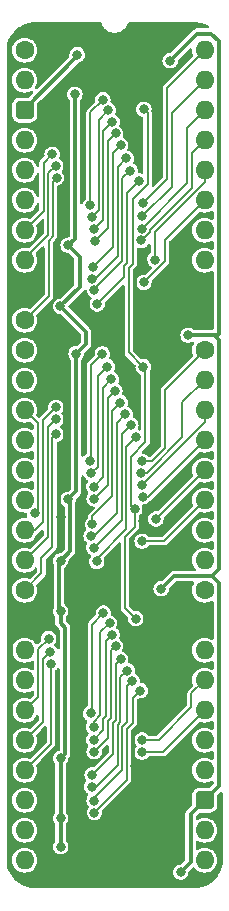
<source format=gbl>
%TF.GenerationSoftware,KiCad,Pcbnew,8.0.4*%
%TF.CreationDate,2024-08-15T09:32:53+02:00*%
%TF.ProjectId,Address Buffer 24bit,41646472-6573-4732-9042-756666657220,V0*%
%TF.SameCoordinates,PX54c81a0PY37b6b20*%
%TF.FileFunction,Copper,L2,Bot*%
%TF.FilePolarity,Positive*%
%FSLAX46Y46*%
G04 Gerber Fmt 4.6, Leading zero omitted, Abs format (unit mm)*
G04 Created by KiCad (PCBNEW 8.0.4) date 2024-08-15 09:32:53*
%MOMM*%
%LPD*%
G01*
G04 APERTURE LIST*
G04 Aperture macros list*
%AMRoundRect*
0 Rectangle with rounded corners*
0 $1 Rounding radius*
0 $2 $3 $4 $5 $6 $7 $8 $9 X,Y pos of 4 corners*
0 Add a 4 corners polygon primitive as box body*
4,1,4,$2,$3,$4,$5,$6,$7,$8,$9,$2,$3,0*
0 Add four circle primitives for the rounded corners*
1,1,$1+$1,$2,$3*
1,1,$1+$1,$4,$5*
1,1,$1+$1,$6,$7*
1,1,$1+$1,$8,$9*
0 Add four rect primitives between the rounded corners*
20,1,$1+$1,$2,$3,$4,$5,0*
20,1,$1+$1,$4,$5,$6,$7,0*
20,1,$1+$1,$6,$7,$8,$9,0*
20,1,$1+$1,$8,$9,$2,$3,0*%
G04 Aperture macros list end*
%TA.AperFunction,ComponentPad*%
%ADD10O,1.600000X1.600000*%
%TD*%
%TA.AperFunction,ComponentPad*%
%ADD11R,1.600000X1.600000*%
%TD*%
%TA.AperFunction,ComponentPad*%
%ADD12C,1.600000*%
%TD*%
%TA.AperFunction,ComponentPad*%
%ADD13RoundRect,0.400000X-0.400000X-0.400000X0.400000X-0.400000X0.400000X0.400000X-0.400000X0.400000X0*%
%TD*%
%TA.AperFunction,ViaPad*%
%ADD14C,0.800000*%
%TD*%
%TA.AperFunction,Conductor*%
%ADD15C,0.380000*%
%TD*%
%TA.AperFunction,Conductor*%
%ADD16C,0.200000*%
%TD*%
G04 APERTURE END LIST*
D10*
%TO.P,J2,56,Pin_56*%
%TO.N,A23_{s}*%
X15240000Y0D03*
%TO.P,J2,55,Pin_55*%
%TO.N,A22_{s}*%
X15240000Y-2540000D03*
%TO.P,J2,54,Pin_54*%
%TO.N,A21_{s}*%
X15240000Y-5080000D03*
%TO.P,J2,53,Pin_53*%
%TO.N,A20_{s}*%
X15240000Y-7620000D03*
%TO.P,J2,52,Pin_52*%
%TO.N,A19_{s}*%
X15240000Y-10160000D03*
%TO.P,J2,51,Pin_51*%
%TO.N,A18_{s}*%
X15240000Y-12700000D03*
%TO.P,J2,50,Pin_50*%
%TO.N,A17_{s}*%
X15240000Y-15240000D03*
%TO.P,J2,49,Pin_49*%
%TO.N,A16_{s}*%
X15240000Y-17780000D03*
D11*
%TO.P,J2,48,Pin_48*%
%TO.N,GND*%
X15240000Y-20320000D03*
D12*
%TO.P,J2,47,Pin_47*%
X15240000Y-22860000D03*
%TO.P,J2,46,Pin_46*%
%TO.N,A15_{s}*%
X15240000Y-25400000D03*
D10*
%TO.P,J2,45,Pin_45*%
%TO.N,A14_{s}*%
X15240000Y-27940000D03*
%TO.P,J2,44,Pin_44*%
%TO.N,A13_{s}*%
X15240000Y-30480000D03*
%TO.P,J2,43,Pin_43*%
%TO.N,A12_{s}*%
X15240000Y-33020000D03*
%TO.P,J2,42,Pin_42*%
%TO.N,A11_{s}*%
X15240000Y-35560000D03*
%TO.P,J2,41,Pin_41*%
%TO.N,A10_{s}*%
X15240000Y-38100000D03*
%TO.P,J2,40,Pin_40*%
%TO.N,A9_{s}*%
X15240000Y-40640000D03*
%TO.P,J2,39,Pin_39*%
%TO.N,A8_{s}*%
X15240000Y-43180000D03*
D12*
%TO.P,J2,38,Pin_38*%
%TO.N,A7_{s}*%
X15240000Y-45720000D03*
D11*
%TO.P,J2,37,Pin_37*%
%TO.N,GND*%
X15240000Y-48260000D03*
D10*
%TO.P,J2,36,Pin_36*%
%TO.N,A6_{s}*%
X15240000Y-50800000D03*
%TO.P,J2,35,Pin_35*%
%TO.N,A5_{s}*%
X15240000Y-53340000D03*
%TO.P,J2,34,Pin_34*%
%TO.N,A4_{s}*%
X15240000Y-55880000D03*
%TO.P,J2,33,Pin_33*%
%TO.N,A3_{s}*%
X15240000Y-58420000D03*
%TO.P,J2,32,Pin_32*%
%TO.N,A2_{s}*%
X15240000Y-60960000D03*
D13*
%TO.P,J2,31,Pin_31*%
%TO.N,5V*%
X15240000Y-63500000D03*
D10*
%TO.P,J2,30,Pin_30*%
%TO.N,A1_{s}*%
X15240000Y-66040000D03*
%TO.P,J2,29,Pin_29*%
%TO.N,A0_{s}*%
X15240000Y-68580000D03*
%TO.P,J2,28,Pin_28*%
%TO.N,A0_{IN}*%
X0Y-68580000D03*
%TO.P,J2,27,Pin_27*%
%TO.N,A1_{IN}*%
X0Y-66040000D03*
%TO.P,J2,26,Pin_26*%
%TO.N,A2_{IN}*%
X0Y-63500000D03*
%TO.P,J2,25,Pin_25*%
%TO.N,A3_{IN}*%
X0Y-60960000D03*
%TO.P,J2,24,Pin_24*%
%TO.N,A4_{IN}*%
X0Y-58420000D03*
%TO.P,J2,23,Pin_23*%
%TO.N,A5_{IN}*%
X0Y-55880000D03*
%TO.P,J2,22,Pin_22*%
%TO.N,A6_{IN}*%
X0Y-53340000D03*
%TO.P,J2,21,Pin_21*%
%TO.N,A7_{IN}*%
X0Y-50800000D03*
D11*
%TO.P,J2,20,Pin_20*%
%TO.N,GND*%
X0Y-48260000D03*
D12*
%TO.P,J2,19,Pin_19*%
%TO.N,A8_{IN}*%
X0Y-45720000D03*
D10*
%TO.P,J2,18,Pin_18*%
%TO.N,A9_{IN}*%
X0Y-43180000D03*
%TO.P,J2,17,Pin_17*%
%TO.N,A10_{IN}*%
X0Y-40640000D03*
%TO.P,J2,16,Pin_16*%
%TO.N,A11_{IN}*%
X0Y-38100000D03*
%TO.P,J2,15,Pin_15*%
%TO.N,A12_{IN}*%
X0Y-35560000D03*
%TO.P,J2,14,Pin_14*%
%TO.N,A13_{IN}*%
X0Y-33020000D03*
%TO.P,J2,13,Pin_13*%
%TO.N,Device ~{CS}*%
X0Y-30480000D03*
%TO.P,J2,12,Pin_12*%
%TO.N,A14_{IN}*%
X0Y-27940000D03*
D12*
%TO.P,J2,11,Pin_11*%
%TO.N,A15_{IN}*%
X0Y-25400000D03*
%TO.P,J2,10,Pin_10*%
%TO.N,A16_{IN}*%
X0Y-22860000D03*
D11*
%TO.P,J2,9,Pin_9*%
%TO.N,GND*%
X0Y-20320000D03*
D10*
%TO.P,J2,8,Pin_8*%
%TO.N,A17_{IN}*%
X0Y-17780000D03*
%TO.P,J2,7,Pin_7*%
%TO.N,A18_{IN}*%
X0Y-15240000D03*
%TO.P,J2,6,Pin_6*%
%TO.N,A19_{IN}*%
X0Y-12700000D03*
%TO.P,J2,5,Pin_5*%
%TO.N,A20_{IN}*%
X0Y-10160000D03*
%TO.P,J2,4,Pin_4*%
%TO.N,A21_{IN}*%
X0Y-7620000D03*
D13*
%TO.P,J2,3,Pin_3*%
%TO.N,5V*%
X0Y-5080000D03*
D10*
%TO.P,J2,2,Pin_2*%
%TO.N,A22_{IN}*%
X0Y-2540000D03*
D12*
%TO.P,J2,1,Pin_1*%
%TO.N,A23_{IN}*%
X0Y0D03*
%TD*%
D14*
%TO.N,GND*%
X4699000Y-39485000D03*
X9369000Y-60579000D03*
X4572000Y-60706000D03*
%TO.N,5V*%
X13843000Y-24130000D03*
X4445000Y-381000D03*
X11557004Y-45593000D03*
X13208000Y-69596000D03*
X12319000Y-889000D03*
%TO.N,GND*%
X10057879Y-39822329D03*
X14350269Y-62228699D03*
X2872461Y-17719599D03*
X4371598Y-24274870D03*
X3192113Y-33672113D03*
X12826996Y-55880000D03*
X10414000Y-22606000D03*
X10034945Y-17949800D03*
X11811000Y-68439900D03*
X3048000Y-69469000D03*
X6592500Y-2773300D03*
X3244113Y-11870913D03*
X12700000Y-39497000D03*
X3987707Y-46330343D03*
X10960496Y-33616496D03*
X9271000Y-65659000D03*
X10172162Y-44409231D03*
X4572002Y-55118002D03*
X10287000Y-55880000D03*
X3043000Y-39520799D03*
%TO.N,/3.3V*%
X3040970Y-43231970D03*
X4354615Y-25690615D03*
X3048000Y-47497994D03*
X3683004Y-16510000D03*
X4243000Y-3725800D03*
X3023613Y-21683417D03*
X3048000Y-65024000D03*
X3048000Y-67437000D03*
X3678965Y-38035000D03*
X3048004Y-59944000D03*
%TO.N,Device ~{CS}*%
X9398000Y-48133000D03*
X10085000Y-4995800D03*
X10033000Y-26797000D03*
%TO.N,A5_{IN}*%
X2029677Y-49817960D03*
%TO.N,A4_{IN}*%
X2159000Y-50927000D03*
%TO.N,A3_{IN}*%
X2222702Y-51938076D03*
%TO.N,/A0*%
X9779000Y-54229000D03*
X5904388Y-64542600D03*
%TO.N,/A1*%
X5869419Y-63531014D03*
X9110068Y-53427334D03*
%TO.N,/A2*%
X8670097Y-52529319D03*
X5686771Y-62355457D03*
%TO.N,/A3*%
X5708400Y-61355689D03*
X8128000Y-51561992D03*
%TO.N,/A4*%
X5878988Y-59399000D03*
X7694696Y-50435255D03*
%TO.N,/A5*%
X5844019Y-58387414D03*
X7392794Y-49481914D03*
%TO.N,/A6*%
X7189799Y-48502731D03*
X5842000Y-57277000D03*
%TO.N,/A7*%
X6668949Y-47649080D03*
X5574365Y-56150606D03*
%TO.N,A10_{IN}*%
X2643000Y-30238600D03*
%TO.N,A9_{IN}*%
X2643000Y-31242000D03*
%TO.N,A8_{IN}*%
X2643000Y-32509125D03*
%TO.N,/A8*%
X6096000Y-43280153D03*
X9420600Y-32787002D03*
%TO.N,/A9*%
X5847121Y-42110996D03*
X8978058Y-31718151D03*
%TO.N,/A10*%
X5623166Y-41136394D03*
X8520600Y-30828917D03*
%TO.N,/A11*%
X5728924Y-40142000D03*
X8097967Y-29844106D03*
%TO.N,/A12*%
X7642000Y-28828676D03*
X5880588Y-37957000D03*
%TO.N,/A13*%
X5845619Y-36945414D03*
X7348566Y-27872288D03*
%TO.N,/A14*%
X6985000Y-26797000D03*
X5645165Y-35833285D03*
%TO.N,/A15*%
X6570000Y-25703343D03*
X5517001Y-34780677D03*
%TO.N,A18_{IN}*%
X2327697Y-8804703D03*
%TO.N,A17_{IN}*%
X2642000Y-9792465D03*
%TO.N,A16_{IN}*%
X2696704Y-10791154D03*
%TO.N,/A16*%
X6148000Y-21478953D03*
X9702902Y-11063800D03*
%TO.N,/A17*%
X8925958Y-10195958D03*
X5899121Y-20309796D03*
%TO.N,/A18*%
X8604843Y-9156563D03*
X5675166Y-19335194D03*
%TO.N,/A19*%
X8127994Y-8042906D03*
X5780924Y-18340800D03*
%TO.N,/A20*%
X7694000Y-7027476D03*
X5932588Y-16155800D03*
%TO.N,/A21*%
X5897619Y-15144214D03*
X7400566Y-6071088D03*
%TO.N,/A22*%
X7081663Y-5079096D03*
X5696251Y-14080826D03*
%TO.N,/A23*%
X5568986Y-13081000D03*
X6622012Y-4191000D03*
%TO.N,A5_{s}*%
X9949001Y-58393614D03*
%TO.N,A4_{s}*%
X9949001Y-59436000D03*
%TO.N,A11_{s}*%
X11112491Y-39687495D03*
%TO.N,A10_{s}*%
X9950941Y-41573939D03*
%TO.N,A15_{s}*%
X9917338Y-34817648D03*
%TO.N,A14_{s}*%
X9819384Y-35812841D03*
%TO.N,A13_{s}*%
X9923178Y-36807442D03*
%TO.N,A12_{s}*%
X10012888Y-37803413D03*
%TO.N,A19_{s}*%
X11010560Y-17730297D03*
%TO.N,A18_{s}*%
X10095012Y-19662093D03*
%TO.N,A23_{s}*%
X10033000Y-12954000D03*
%TO.N,A22_{s}*%
X9948569Y-14077432D03*
%TO.N,A21_{s}*%
X9906000Y-15113000D03*
%TO.N,A20_{s}*%
X9869509Y-16112336D03*
%TO.N,Device ~{CS}*%
X9317002Y-38862000D03*
X843000Y-39217745D03*
%TD*%
D15*
%TO.N,/3.3V*%
X5211598Y-23871402D02*
X3023613Y-21683417D01*
X5211598Y-24833632D02*
X5211598Y-23871402D01*
X4354615Y-25690615D02*
X5211598Y-24833632D01*
%TO.N,GND*%
X3433000Y-25213468D02*
X4371598Y-24274870D01*
X3192113Y-33672113D02*
X3433000Y-33431226D01*
X3433000Y-33431226D02*
X3433000Y-25213468D01*
X3043000Y-42042000D02*
X3043000Y-39520799D01*
X2032000Y-46482000D02*
X2032000Y-43053000D01*
X2032000Y-43053000D02*
X3043000Y-42042000D01*
X254000Y-48260000D02*
X2032000Y-46482000D01*
D16*
%TO.N,A8_{IN}*%
X1415000Y-42977036D02*
X2343000Y-42049036D01*
X2343000Y-32809125D02*
X2643000Y-32509125D01*
X1415000Y-44305000D02*
X1415000Y-42977036D01*
X2343000Y-42049036D02*
X2343000Y-32809125D01*
X0Y-45720000D02*
X1415000Y-44305000D01*
D15*
%TO.N,/3.3V*%
X2921000Y-43351940D02*
X3040970Y-43231970D01*
X2921000Y-47370994D02*
X2921000Y-43351940D01*
X3859000Y-38215035D02*
X3859000Y-42413940D01*
X3859000Y-42413940D02*
X3040970Y-43231970D01*
X3678965Y-38035000D02*
X3859000Y-38215035D01*
X3048000Y-47497994D02*
X2921000Y-47370994D01*
D16*
%TO.N,A10_{IN}*%
X1543000Y-31338600D02*
X2643000Y-30238600D01*
X883185Y-40640000D02*
X1543000Y-39980185D01*
X1543000Y-39980185D02*
X1543000Y-31338600D01*
X0Y-40640000D02*
X883185Y-40640000D01*
%TO.N,Device ~{CS}*%
X1100000Y-31580000D02*
X0Y-30480000D01*
X1100000Y-38960745D02*
X1100000Y-31580000D01*
X843000Y-39217745D02*
X1100000Y-38960745D01*
D15*
%TO.N,GND*%
X4699000Y-44831000D02*
X4699000Y-39485000D01*
X3987707Y-45542293D02*
X4699000Y-44831000D01*
X3987707Y-46330343D02*
X3987707Y-45542293D01*
X10287000Y-56515000D02*
X10287000Y-55880000D01*
X9159000Y-57643000D02*
X10287000Y-56515000D01*
X9159000Y-60369000D02*
X9159000Y-57643000D01*
X9369000Y-60579000D02*
X9159000Y-60369000D01*
X9159000Y-65547000D02*
X9271000Y-65659000D01*
X9159000Y-60789000D02*
X9159000Y-65547000D01*
X9369000Y-60579000D02*
X9159000Y-60789000D01*
X4572002Y-60706002D02*
X4572002Y-67944998D01*
X4572000Y-60706000D02*
X4572002Y-60706002D01*
X4572002Y-60705998D02*
X4572000Y-60706000D01*
X4572002Y-67944998D02*
X3048000Y-69469000D01*
X4572002Y-55118002D02*
X4572002Y-60705998D01*
X12728529Y-48260000D02*
X15240000Y-48260000D01*
X10172162Y-45703633D02*
X12728529Y-48260000D01*
X10172162Y-44409231D02*
X10172162Y-45703633D01*
%TO.N,5V*%
X12620004Y-44530000D02*
X11557004Y-45593000D01*
X15828000Y-44530000D02*
X12620004Y-44530000D01*
D16*
%TO.N,A16_{IN}*%
X2403000Y-15769004D02*
X2032000Y-16140004D01*
X2032000Y-16140004D02*
X2032000Y-20828000D01*
X2403000Y-11084858D02*
X2403000Y-15769004D01*
X2032000Y-20828000D02*
X0Y-22860000D01*
X2696704Y-10791154D02*
X2403000Y-11084858D01*
D15*
%TO.N,5V*%
X16430000Y-43928000D02*
X16430000Y-24557982D01*
X16002018Y-24130000D02*
X16430000Y-24557982D01*
X14050000Y-68754000D02*
X14050000Y-64690000D01*
X15801124Y1397000D02*
X14605000Y1397000D01*
X14605000Y1397000D02*
X12319000Y-889000D01*
X16002018Y-24130000D02*
X13843000Y-24130000D01*
X4445000Y-508000D02*
X0Y-4953000D01*
X16002018Y-24130000D02*
X16350000Y-24130000D01*
X16350000Y-24130000D02*
X16430000Y-24050000D01*
X14050000Y-64690000D02*
X15240000Y-63500000D01*
X16430000Y-62310000D02*
X16430000Y-45132000D01*
X15240000Y-63500000D02*
X16430000Y-62310000D01*
X4445000Y-381000D02*
X4445000Y-508000D01*
X13208000Y-69596000D02*
X14050000Y-68754000D01*
X16430000Y-24050000D02*
X16430000Y768124D01*
X15828000Y-44530000D02*
X16430000Y-43928000D01*
X16430000Y-45132000D02*
X15828000Y-44530000D01*
X16430000Y768124D02*
X15801124Y1397000D01*
%TO.N,GND*%
X8989000Y-41418651D02*
X10057879Y-40349772D01*
X3453000Y-10422005D02*
X3486265Y-10455270D01*
X3192113Y-33672113D02*
X2878200Y-33986026D01*
X2766000Y-16098969D02*
X3244113Y-15620856D01*
X2032000Y-63754000D02*
X588000Y-62310000D01*
X3486265Y-11628761D02*
X3244113Y-11870913D01*
X8989000Y-43226069D02*
X8989000Y-41418651D01*
X3244113Y-15620856D02*
X3244113Y-11870913D01*
X15072972Y-70437371D02*
X16510000Y-69000343D01*
X3486265Y-10455270D02*
X3486265Y-11628761D01*
X6883771Y-46736000D02*
X4750640Y-46736000D01*
X2032000Y-68453000D02*
X2032000Y-63754000D01*
X11176000Y-23368000D02*
X11176000Y-33400992D01*
X-492915Y-62310000D02*
X-1190000Y-61612915D01*
X12826996Y-52679225D02*
X6883771Y-46736000D01*
X-1190000Y-61612915D02*
X-1190000Y-49450000D01*
X10172162Y-44409231D02*
X8989000Y-43226069D01*
X4750640Y-46736000D02*
X4572002Y-46914638D01*
X4572002Y-46914638D02*
X3987707Y-46330343D01*
X3453000Y-3245800D02*
X3453000Y-10422005D01*
X2766000Y-17613138D02*
X2766000Y-16098969D01*
X2872461Y-17719599D02*
X2766000Y-17613138D01*
X3683000Y-70104000D02*
X3048000Y-69469000D01*
X11811000Y-68439900D02*
X11811000Y-69342000D01*
X9271000Y-65659000D02*
X12701301Y-62228699D01*
X11811000Y-69342000D02*
X12192000Y-69723000D01*
X588000Y-62310000D02*
X-492915Y-62310000D01*
X9305000Y-21497000D02*
X9305000Y-18679745D01*
X12826996Y-55880000D02*
X10287000Y-55880000D01*
X2878200Y-33986026D02*
X2878200Y-39355999D01*
X6592500Y-2773300D02*
X3925500Y-2773300D01*
X12701301Y-62228699D02*
X14350269Y-62228699D01*
X12700000Y-39497000D02*
X11557000Y-40640000D01*
X4572002Y-55118002D02*
X4572002Y-46914638D01*
X10414000Y-22606000D02*
X9305000Y-21497000D01*
X10414000Y-22606000D02*
X11176000Y-23368000D01*
X3048000Y-69469000D02*
X2032000Y-68453000D01*
X2878200Y-39355999D02*
X3043000Y-39520799D01*
X12906371Y-70437371D02*
X15072972Y-70437371D01*
X12826996Y-55880000D02*
X12826996Y-52679225D01*
X10057879Y-40349772D02*
X10057879Y-39822329D01*
X10146900Y-70104000D02*
X3683000Y-70104000D01*
X3925500Y-2773300D02*
X3453000Y-3245800D01*
X11557000Y-40640000D02*
X10348107Y-40640000D01*
X9305000Y-18679745D02*
X10034945Y-17949800D01*
X11811000Y-68439900D02*
X10146900Y-70104000D01*
X16510000Y-69000343D02*
X16510000Y-67056000D01*
X10348107Y-40640000D02*
X10057879Y-40349772D01*
X11176000Y-33400992D02*
X10960496Y-33616496D01*
X-1190000Y-49450000D02*
X0Y-48260000D01*
X12192000Y-69723000D02*
X12906371Y-70437371D01*
%TO.N,/3.3V*%
X4243000Y-3725800D02*
X4243000Y-15950004D01*
X3048000Y-65024000D02*
X3048000Y-59944004D01*
X3414024Y-48880024D02*
X3048000Y-48514000D01*
X3048000Y-67437000D02*
X3048000Y-65024000D01*
X3414024Y-59577980D02*
X3414024Y-48880024D01*
X4354615Y-25690615D02*
X4354615Y-37359350D01*
X3048004Y-59944000D02*
X3414024Y-59577980D01*
X4354615Y-37359350D02*
X3678965Y-38035000D01*
X3048000Y-59944004D02*
X3048004Y-59944000D01*
X3048000Y-48514000D02*
X3048000Y-47497994D01*
X3023613Y-21683417D02*
X4652000Y-20055030D01*
X4652000Y-20055030D02*
X4652000Y-17478996D01*
X4243000Y-15950004D02*
X3683004Y-16510000D01*
X4652000Y-17478996D02*
X3683004Y-16510000D01*
D16*
%TO.N,Device ~{CS}*%
X9017000Y-38561998D02*
X9317002Y-38862000D01*
X8499000Y-41215686D02*
X9317002Y-40397684D01*
X9398000Y-48133000D02*
X8499000Y-47234000D01*
X10402902Y-11353049D02*
X9169509Y-12586442D01*
X10402902Y-5313702D02*
X10402902Y-11353049D01*
X9169509Y-18077527D02*
X8815000Y-18432036D01*
X10085000Y-4995800D02*
X10402902Y-5313702D01*
X9169509Y-12586442D02*
X9169509Y-18077527D01*
X8815000Y-18432036D02*
X8815000Y-25579000D01*
X10222000Y-33212000D02*
X9017000Y-34417000D01*
X9017000Y-34417000D02*
X9017000Y-38561998D01*
X10033000Y-26797000D02*
X10222000Y-26986000D01*
X8815000Y-25579000D02*
X10033000Y-26797000D01*
X8499000Y-47234000D02*
X8499000Y-41215686D01*
X9317002Y-40397684D02*
X9317002Y-38862000D01*
X10222000Y-26986000D02*
X10222000Y-33212000D01*
%TO.N,A5_{IN}*%
X1122702Y-54757298D02*
X1122702Y-50724935D01*
X0Y-55880000D02*
X1122702Y-54757298D01*
X1122702Y-50724935D02*
X2029677Y-49817960D01*
%TO.N,A4_{IN}*%
X0Y-58420000D02*
X1522702Y-56897298D01*
X1522702Y-51563298D02*
X2159000Y-50927000D01*
X1522702Y-56897298D02*
X1522702Y-51563298D01*
%TO.N,A3_{IN}*%
X2222702Y-58737298D02*
X2222702Y-51938076D01*
X0Y-60960000D02*
X2222702Y-58737298D01*
%TO.N,/A0*%
X8669000Y-57440035D02*
X9144000Y-56965036D01*
X8669000Y-61777988D02*
X8669000Y-57440035D01*
X9144000Y-56965036D02*
X9144000Y-54864000D01*
X5904388Y-64542600D02*
X8669000Y-61777988D01*
X9144000Y-54864000D02*
X9779000Y-54229000D01*
%TO.N,/A1*%
X5869419Y-63531014D02*
X5869419Y-63345581D01*
X8694000Y-53843402D02*
X9110068Y-53427334D01*
X8694000Y-56849350D02*
X8694000Y-53843402D01*
X5869419Y-63345581D02*
X8269000Y-60946000D01*
X8269000Y-57274349D02*
X8694000Y-56849350D01*
X8269000Y-60946000D02*
X8269000Y-57274349D01*
%TO.N,/A2*%
X6050266Y-62355457D02*
X7869000Y-60536723D01*
X7869000Y-60536723D02*
X7869000Y-57108664D01*
X5686771Y-62355457D02*
X6050266Y-62355457D01*
X8108000Y-56869662D02*
X8108001Y-53091415D01*
X7869000Y-57108664D02*
X8108000Y-56869662D01*
X8108001Y-53091415D02*
X8670097Y-52529319D01*
%TO.N,/A3*%
X5708400Y-61355689D02*
X7469000Y-59595089D01*
X7469000Y-56942979D02*
X7708000Y-56703979D01*
X7469000Y-59595089D02*
X7469000Y-56942979D01*
X7708002Y-51981990D02*
X8128000Y-51561992D01*
X7708000Y-56703979D02*
X7708002Y-51981990D01*
%TO.N,/A4*%
X7069000Y-58208988D02*
X7069000Y-56777293D01*
X7069000Y-56777293D02*
X7308000Y-56538293D01*
X5878988Y-59399000D02*
X7069000Y-58208988D01*
X7308000Y-50821951D02*
X7694696Y-50435255D01*
X7308000Y-56538293D02*
X7308000Y-50821951D01*
%TO.N,/A5*%
X6669000Y-57566950D02*
X6669000Y-56611607D01*
X5844019Y-58387414D02*
X5848536Y-58387414D01*
X6894000Y-56386607D02*
X6894000Y-49980708D01*
X6894000Y-49980708D02*
X7392794Y-49481914D01*
X5848536Y-58387414D02*
X6669000Y-57566950D01*
X6669000Y-56611607D02*
X6894000Y-56386607D01*
%TO.N,/A6*%
X5842000Y-56872920D02*
X5842000Y-57277000D01*
X6408000Y-56306920D02*
X5842000Y-56872920D01*
X7189799Y-48502731D02*
X6408000Y-49284530D01*
X6408000Y-49284530D02*
X6408000Y-56306920D01*
%TO.N,/A7*%
X5683000Y-48635029D02*
X5683000Y-56041971D01*
X6668949Y-47649080D02*
X5683000Y-48635029D01*
X5683000Y-56041971D02*
X5574365Y-56150606D01*
%TO.N,A9_{IN}*%
X0Y-43180000D02*
X1943000Y-41237000D01*
X1943000Y-41237000D02*
X1943000Y-31942000D01*
X1943000Y-31942000D02*
X2643000Y-31242000D01*
%TO.N,/A8*%
X6096000Y-43053000D02*
X6096000Y-43280153D01*
X8617000Y-40532000D02*
X6096000Y-43053000D01*
X9420600Y-32787002D02*
X8617000Y-33590602D01*
X8617000Y-33590602D02*
X8617000Y-40532000D01*
%TO.N,/A9*%
X8978058Y-31718151D02*
X8217000Y-32479209D01*
X8217000Y-39741117D02*
X5847121Y-42110996D01*
X8217000Y-32479209D02*
X8217000Y-39741117D01*
%TO.N,/A10*%
X7817000Y-31532517D02*
X7817000Y-39193749D01*
X8520600Y-30828917D02*
X7817000Y-31532517D01*
X5874355Y-41136394D02*
X5623166Y-41136394D01*
X7817000Y-39193749D02*
X5874355Y-41136394D01*
%TO.N,/A11*%
X7417000Y-30525073D02*
X7417000Y-37778322D01*
X7417000Y-37778322D02*
X5728924Y-39466398D01*
X8097967Y-29844106D02*
X7417000Y-30525073D01*
X5728924Y-39466398D02*
X5728924Y-40142000D01*
%TO.N,/A12*%
X7017000Y-36820588D02*
X7017000Y-29453676D01*
X7017000Y-29453676D02*
X7642000Y-28828676D01*
X5880588Y-37957000D02*
X7017000Y-36820588D01*
%TO.N,/A13*%
X6617000Y-36174033D02*
X6617000Y-28603854D01*
X6617000Y-28603854D02*
X7348566Y-27872288D01*
X5845619Y-36945414D02*
X6617000Y-36174033D01*
%TO.N,/A14*%
X6985000Y-26797000D02*
X6217002Y-27564998D01*
X6217002Y-35261448D02*
X5645165Y-35833285D01*
X6217002Y-27564998D02*
X6217002Y-35261448D01*
%TO.N,/A15*%
X5619386Y-34678292D02*
X5517001Y-34780677D01*
X6570000Y-25703343D02*
X5619386Y-26653957D01*
X5619386Y-26653957D02*
X5619386Y-34678292D01*
%TO.N,A18_{IN}*%
X0Y-15240000D02*
X1595000Y-13645000D01*
X1595000Y-9537400D02*
X2327697Y-8804703D01*
X1595000Y-13645000D02*
X1595000Y-9537400D01*
%TO.N,A17_{IN}*%
X1995000Y-10439465D02*
X2642000Y-9792465D01*
X0Y-17606320D02*
X1995000Y-15611320D01*
X1995000Y-15611320D02*
X1995000Y-10439465D01*
%TO.N,/A16*%
X8669000Y-18012350D02*
X8669000Y-12097702D01*
X6148000Y-21478953D02*
X8415000Y-19211953D01*
X8669000Y-12097702D02*
X9702902Y-11063800D01*
X8415000Y-19211953D02*
X8415000Y-18266351D01*
X8415000Y-18266351D02*
X8669000Y-18012350D01*
%TO.N,/A17*%
X5899121Y-20309796D02*
X5899121Y-20216544D01*
X8269000Y-10852916D02*
X8925958Y-10195958D01*
X5899121Y-20216544D02*
X8269000Y-17846665D01*
X8269000Y-17846665D02*
X8269000Y-10852916D01*
%TO.N,/A18*%
X5926355Y-19335194D02*
X7869000Y-17392549D01*
X7869000Y-17392549D02*
X7869000Y-9892406D01*
X5675166Y-19335194D02*
X5926355Y-19335194D01*
X7869000Y-9892406D02*
X8604843Y-9156563D01*
%TO.N,/A19*%
X7469000Y-16652724D02*
X7469000Y-8701900D01*
X7469000Y-8701900D02*
X8127994Y-8042906D01*
X5780924Y-18340800D02*
X7469000Y-16652724D01*
%TO.N,/A20*%
X5932588Y-16155800D02*
X7069000Y-15019388D01*
X7069000Y-15019388D02*
X7069000Y-7652476D01*
X7069000Y-7652476D02*
X7694000Y-7027476D01*
%TO.N,/A21*%
X6669000Y-14372833D02*
X6669000Y-6802654D01*
X5897619Y-15144214D02*
X6669000Y-14372833D01*
X6669000Y-6802654D02*
X7400566Y-6071088D01*
%TO.N,/A22*%
X6269002Y-5891757D02*
X7081663Y-5079096D01*
X6269002Y-13508075D02*
X6269002Y-5891757D01*
X5696251Y-14080826D02*
X6269002Y-13508075D01*
%TO.N,/A23*%
X5568986Y-5244026D02*
X6622012Y-4191000D01*
X5568986Y-13081000D02*
X5568986Y-5244026D01*
%TO.N,A5_{s}*%
X14115000Y-54465000D02*
X15240000Y-53340000D01*
X9949001Y-58393614D02*
X11329386Y-58393614D01*
X11329386Y-58393614D02*
X14115000Y-55608000D01*
X14115000Y-55608000D02*
X14115000Y-54465000D01*
%TO.N,A4_{s}*%
X11684000Y-59436000D02*
X9949001Y-59436000D01*
X15240000Y-55880000D02*
X11684000Y-59436000D01*
%TO.N,A11_{s}*%
X15240000Y-35560000D02*
X11112505Y-39687495D01*
X11112505Y-39687495D02*
X11112491Y-39687495D01*
%TO.N,A10_{s}*%
X15240000Y-38100000D02*
X11766061Y-41573939D01*
X11766061Y-41573939D02*
X9950941Y-41573939D01*
%TO.N,A15_{s}*%
X15240000Y-25400000D02*
X11876000Y-28764000D01*
X11876000Y-33690950D02*
X10749302Y-34817648D01*
X11876000Y-28764000D02*
X11876000Y-33690950D01*
X10749302Y-34817648D02*
X9917338Y-34817648D01*
%TO.N,A14_{s}*%
X15240000Y-27940000D02*
X13354000Y-29826000D01*
X13354000Y-32778635D02*
X10319794Y-35812841D01*
X13354000Y-29826000D02*
X13354000Y-32778635D01*
X10319794Y-35812841D02*
X9819384Y-35812841D01*
%TO.N,A13_{s}*%
X9923178Y-36775142D02*
X9923178Y-36807442D01*
X15240000Y-31458320D02*
X9923178Y-36775142D01*
X15240000Y-30480000D02*
X15240000Y-31458320D01*
%TO.N,A12_{s}*%
X15240000Y-33020000D02*
X10456587Y-37803413D01*
X10456587Y-37803413D02*
X10012888Y-37803413D01*
%TO.N,A19_{s}*%
X15240000Y-10160000D02*
X15240000Y-11144365D01*
X15240000Y-11144365D02*
X11010560Y-15373805D01*
X11010560Y-15373805D02*
X11010560Y-17730297D01*
%TO.N,A18_{s}*%
X15240000Y-12700000D02*
X11879795Y-16060205D01*
X11879795Y-16060205D02*
X11879795Y-17877310D01*
X11879795Y-17877310D02*
X10095012Y-19662093D01*
%TO.N,A23_{s}*%
X15240000Y0D02*
X12079000Y-3161000D01*
X12079000Y-3161000D02*
X12079000Y-10908000D01*
X12079000Y-10908000D02*
X10033000Y-12954000D01*
%TO.N,A22_{s}*%
X15240000Y-2540000D02*
X12479000Y-5301000D01*
X12479000Y-11547001D02*
X9948569Y-14077432D01*
X12479000Y-5301000D02*
X12479000Y-11547001D01*
%TO.N,A21_{s}*%
X13740000Y-6580000D02*
X13740000Y-11279000D01*
X13740000Y-11279000D02*
X9906000Y-15113000D01*
X15240000Y-5080000D02*
X13740000Y-6580000D01*
%TO.N,A20_{s}*%
X14140000Y-11654409D02*
X10606000Y-15188409D01*
X15240000Y-7620000D02*
X14140000Y-8720000D01*
X14140000Y-8720000D02*
X14140000Y-11654409D01*
X10606000Y-15188409D02*
X10606000Y-15402950D01*
X9896614Y-16112336D02*
X9869509Y-16112336D01*
X10606000Y-15402950D02*
X9896614Y-16112336D01*
%TD*%
%TA.AperFunction,Conductor*%
%TO.N,GND*%
G36*
X16686833Y-62778641D02*
G01*
X16742766Y-62820513D01*
X16767183Y-62885977D01*
X16767499Y-62894823D01*
X16767500Y-68535830D01*
X16767500Y-68576249D01*
X16767274Y-68583737D01*
X16750721Y-68857369D01*
X16748916Y-68872232D01*
X16700180Y-69138178D01*
X16696596Y-69152718D01*
X16616158Y-69410851D01*
X16610848Y-69424852D01*
X16499885Y-69671399D01*
X16492927Y-69684657D01*
X16353050Y-69916039D01*
X16344543Y-69928363D01*
X16177799Y-70141194D01*
X16167870Y-70152402D01*
X15976682Y-70343588D01*
X15965474Y-70353517D01*
X15752637Y-70520262D01*
X15740313Y-70528768D01*
X15508937Y-70668637D01*
X15495678Y-70675596D01*
X15249125Y-70786557D01*
X15235124Y-70791867D01*
X14976982Y-70872305D01*
X14962443Y-70875888D01*
X14696505Y-70924620D01*
X14681641Y-70926425D01*
X14433129Y-70941454D01*
X14407477Y-70943006D01*
X14399994Y-70943232D01*
X13843000Y-70943232D01*
X13843000Y-69756079D01*
X13844237Y-69752818D01*
X13862587Y-69601690D01*
X13890207Y-69537515D01*
X13897990Y-69528969D01*
X14219686Y-69207273D01*
X14281007Y-69173790D01*
X14350699Y-69178774D01*
X14403219Y-69216292D01*
X14493589Y-69326410D01*
X14590209Y-69405702D01*
X14653550Y-69457685D01*
X14836046Y-69555232D01*
X15034066Y-69615300D01*
X15034065Y-69615300D01*
X15052529Y-69617118D01*
X15240000Y-69635583D01*
X15445934Y-69615300D01*
X15643954Y-69555232D01*
X15826450Y-69457685D01*
X15986410Y-69326410D01*
X16117685Y-69166450D01*
X16215232Y-68983954D01*
X16275300Y-68785934D01*
X16295583Y-68580000D01*
X16275300Y-68374066D01*
X16215232Y-68176046D01*
X16117685Y-67993550D01*
X16065702Y-67930209D01*
X15986410Y-67833589D01*
X15868677Y-67736969D01*
X15826450Y-67702315D01*
X15643954Y-67604768D01*
X15445934Y-67544700D01*
X15445932Y-67544699D01*
X15445934Y-67544699D01*
X15240000Y-67524417D01*
X15034067Y-67544699D01*
X14836041Y-67604769D01*
X14672953Y-67691943D01*
X14604551Y-67706185D01*
X14539307Y-67681185D01*
X14497936Y-67624880D01*
X14490500Y-67582585D01*
X14490500Y-67037414D01*
X14510185Y-66970375D01*
X14562989Y-66924620D01*
X14632147Y-66914676D01*
X14672950Y-66928054D01*
X14836046Y-67015232D01*
X15034066Y-67075300D01*
X15034065Y-67075300D01*
X15052529Y-67077118D01*
X15240000Y-67095583D01*
X15445934Y-67075300D01*
X15643954Y-67015232D01*
X15826450Y-66917685D01*
X15986410Y-66786410D01*
X16117685Y-66626450D01*
X16215232Y-66443954D01*
X16275300Y-66245934D01*
X16295583Y-66040000D01*
X16275300Y-65834066D01*
X16215232Y-65636046D01*
X16117685Y-65453550D01*
X16065702Y-65390209D01*
X15986410Y-65293589D01*
X15868677Y-65196969D01*
X15826450Y-65162315D01*
X15643954Y-65064768D01*
X15445934Y-65004700D01*
X15445932Y-65004699D01*
X15445934Y-65004699D01*
X15240000Y-64984417D01*
X15034067Y-65004699D01*
X14836041Y-65064769D01*
X14672953Y-65151943D01*
X14604551Y-65166185D01*
X14539307Y-65141185D01*
X14497936Y-65084880D01*
X14490500Y-65042585D01*
X14490500Y-64923823D01*
X14510185Y-64856784D01*
X14526819Y-64836142D01*
X14776142Y-64586819D01*
X14837465Y-64553334D01*
X14863823Y-64550500D01*
X15705686Y-64550500D01*
X15705694Y-64550500D01*
X15742569Y-64547598D01*
X15742571Y-64547597D01*
X15742573Y-64547597D01*
X15784191Y-64535505D01*
X15900398Y-64501744D01*
X16041865Y-64418081D01*
X16158081Y-64301865D01*
X16241744Y-64160398D01*
X16287598Y-64002569D01*
X16290500Y-63965694D01*
X16290500Y-63123822D01*
X16310185Y-63056783D01*
X16326815Y-63036145D01*
X16555818Y-62807141D01*
X16617141Y-62773657D01*
X16686833Y-62778641D01*
G37*
%TD.AperFunction*%
%TA.AperFunction,Conductor*%
G36*
X15940693Y-56778814D02*
G01*
X15982064Y-56835118D01*
X15989500Y-56877414D01*
X15989500Y-57422585D01*
X15969815Y-57489624D01*
X15917011Y-57535379D01*
X15847853Y-57545323D01*
X15807047Y-57531943D01*
X15643958Y-57444769D01*
X15544944Y-57414734D01*
X15445934Y-57384700D01*
X15445932Y-57384699D01*
X15445934Y-57384699D01*
X15240000Y-57364417D01*
X15034067Y-57384699D01*
X14836043Y-57444769D01*
X14752127Y-57489624D01*
X14653550Y-57542315D01*
X14653548Y-57542316D01*
X14653547Y-57542317D01*
X14493589Y-57673589D01*
X14362317Y-57833547D01*
X14264769Y-58016043D01*
X14204699Y-58214067D01*
X14184417Y-58420000D01*
X14204699Y-58625932D01*
X14204700Y-58625934D01*
X14264768Y-58823954D01*
X14362315Y-59006450D01*
X14362317Y-59006452D01*
X14493589Y-59166410D01*
X14559850Y-59220788D01*
X14653550Y-59297685D01*
X14836046Y-59395232D01*
X15034066Y-59455300D01*
X15034065Y-59455300D01*
X15052529Y-59457118D01*
X15240000Y-59475583D01*
X15445934Y-59455300D01*
X15643954Y-59395232D01*
X15807048Y-59308055D01*
X15875449Y-59293814D01*
X15940693Y-59318814D01*
X15982064Y-59375118D01*
X15989500Y-59417414D01*
X15989500Y-59962585D01*
X15969815Y-60029624D01*
X15917011Y-60075379D01*
X15847853Y-60085323D01*
X15807047Y-60071943D01*
X15643958Y-59984769D01*
X15544944Y-59954734D01*
X15445934Y-59924700D01*
X15445932Y-59924699D01*
X15445934Y-59924699D01*
X15240000Y-59904417D01*
X15034067Y-59924699D01*
X14836043Y-59984769D01*
X14752127Y-60029624D01*
X14653550Y-60082315D01*
X14653548Y-60082316D01*
X14653547Y-60082317D01*
X14493589Y-60213589D01*
X14362317Y-60373547D01*
X14264769Y-60556043D01*
X14204699Y-60754067D01*
X14184417Y-60960000D01*
X14204699Y-61165932D01*
X14204700Y-61165934D01*
X14264768Y-61363954D01*
X14362315Y-61546450D01*
X14362317Y-61546452D01*
X14493589Y-61706410D01*
X14590209Y-61785702D01*
X14653550Y-61837685D01*
X14836046Y-61935232D01*
X15034066Y-61995300D01*
X15034065Y-61995300D01*
X15052529Y-61997118D01*
X15240000Y-62015583D01*
X15445934Y-61995300D01*
X15643954Y-61935232D01*
X15807048Y-61848055D01*
X15875449Y-61833814D01*
X15940693Y-61858814D01*
X15982064Y-61915118D01*
X15989500Y-61957414D01*
X15989500Y-62076177D01*
X15969815Y-62143216D01*
X15953181Y-62163858D01*
X15703858Y-62413181D01*
X15642535Y-62446666D01*
X15616177Y-62449500D01*
X14774298Y-62449500D01*
X14737432Y-62452401D01*
X14737426Y-62452402D01*
X14579606Y-62498254D01*
X14579603Y-62498255D01*
X14438137Y-62581917D01*
X14438129Y-62581923D01*
X14321923Y-62698129D01*
X14321917Y-62698137D01*
X14238255Y-62839603D01*
X14238254Y-62839606D01*
X14192402Y-62997426D01*
X14192401Y-62997432D01*
X14189500Y-63034298D01*
X14189500Y-63876177D01*
X14169815Y-63943216D01*
X14153181Y-63963858D01*
X13843000Y-64274039D01*
X13843000Y-57772680D01*
X14725490Y-56890189D01*
X14786811Y-56856706D01*
X14849163Y-56859210D01*
X15034066Y-56915300D01*
X15034065Y-56915300D01*
X15052529Y-56917118D01*
X15240000Y-56935583D01*
X15445934Y-56915300D01*
X15643954Y-56855232D01*
X15807048Y-56768055D01*
X15875449Y-56753814D01*
X15940693Y-56778814D01*
G37*
%TD.AperFunction*%
%TA.AperFunction,Conductor*%
G36*
X14309625Y-44990185D02*
G01*
X14355380Y-45042989D01*
X14365324Y-45112147D01*
X14351945Y-45152950D01*
X14303782Y-45243055D01*
X14264769Y-45316043D01*
X14204699Y-45514067D01*
X14184417Y-45720000D01*
X14204699Y-45925932D01*
X14204700Y-45925934D01*
X14264768Y-46123954D01*
X14362315Y-46306450D01*
X14362317Y-46306452D01*
X14493589Y-46466410D01*
X14590209Y-46545702D01*
X14653550Y-46597685D01*
X14836046Y-46695232D01*
X15034066Y-46755300D01*
X15034065Y-46755300D01*
X15052529Y-46757118D01*
X15240000Y-46775583D01*
X15445934Y-46755300D01*
X15643954Y-46695232D01*
X15807048Y-46608055D01*
X15875449Y-46593814D01*
X15940693Y-46618814D01*
X15982064Y-46675118D01*
X15989500Y-46717414D01*
X15989500Y-49802585D01*
X15969815Y-49869624D01*
X15917011Y-49915379D01*
X15847853Y-49925323D01*
X15807047Y-49911943D01*
X15643958Y-49824769D01*
X15544944Y-49794734D01*
X15445934Y-49764700D01*
X15445932Y-49764699D01*
X15445934Y-49764699D01*
X15240000Y-49744417D01*
X15034067Y-49764699D01*
X14836043Y-49824769D01*
X14752127Y-49869624D01*
X14653550Y-49922315D01*
X14653548Y-49922316D01*
X14653547Y-49922317D01*
X14493589Y-50053589D01*
X14362317Y-50213547D01*
X14264769Y-50396043D01*
X14204699Y-50594067D01*
X14184417Y-50800000D01*
X14204699Y-51005932D01*
X14204700Y-51005934D01*
X14264768Y-51203954D01*
X14362315Y-51386450D01*
X14362317Y-51386452D01*
X14493589Y-51546410D01*
X14590209Y-51625702D01*
X14653550Y-51677685D01*
X14836046Y-51775232D01*
X15034066Y-51835300D01*
X15034065Y-51835300D01*
X15052529Y-51837118D01*
X15240000Y-51855583D01*
X15445934Y-51835300D01*
X15643954Y-51775232D01*
X15807048Y-51688055D01*
X15875449Y-51673814D01*
X15940693Y-51698814D01*
X15982064Y-51755118D01*
X15989500Y-51797414D01*
X15989500Y-52342585D01*
X15969815Y-52409624D01*
X15917011Y-52455379D01*
X15847853Y-52465323D01*
X15807047Y-52451943D01*
X15643958Y-52364769D01*
X15544944Y-52334734D01*
X15445934Y-52304700D01*
X15445932Y-52304699D01*
X15445934Y-52304699D01*
X15240000Y-52284417D01*
X15034067Y-52304699D01*
X14836043Y-52364769D01*
X14752127Y-52409624D01*
X14653550Y-52462315D01*
X14653548Y-52462316D01*
X14653547Y-52462317D01*
X14493589Y-52593589D01*
X14362317Y-52753547D01*
X14264769Y-52936043D01*
X14204699Y-53134067D01*
X14184417Y-53340000D01*
X14204699Y-53545932D01*
X14260788Y-53730832D01*
X14261411Y-53800699D01*
X14229808Y-53854508D01*
X13843000Y-54241316D01*
X13843000Y-44970500D01*
X14242586Y-44970500D01*
X14309625Y-44990185D01*
G37*
%TD.AperFunction*%
%TA.AperFunction,Conductor*%
G36*
X15940693Y-38998814D02*
G01*
X15982064Y-39055118D01*
X15989500Y-39097414D01*
X15989500Y-39642585D01*
X15969815Y-39709624D01*
X15917011Y-39755379D01*
X15847853Y-39765323D01*
X15807047Y-39751943D01*
X15643958Y-39664769D01*
X15544944Y-39634734D01*
X15445934Y-39604700D01*
X15445932Y-39604699D01*
X15445934Y-39604699D01*
X15240000Y-39584417D01*
X15034067Y-39604699D01*
X14836043Y-39664769D01*
X14752127Y-39709624D01*
X14653550Y-39762315D01*
X14653548Y-39762316D01*
X14653547Y-39762317D01*
X14493589Y-39893589D01*
X14362317Y-40053547D01*
X14264769Y-40236043D01*
X14204699Y-40434067D01*
X14184417Y-40640000D01*
X14204699Y-40845932D01*
X14204700Y-40845934D01*
X14264768Y-41043954D01*
X14362315Y-41226450D01*
X14362317Y-41226452D01*
X14493589Y-41386410D01*
X14557246Y-41438651D01*
X14653550Y-41517685D01*
X14836046Y-41615232D01*
X15034066Y-41675300D01*
X15034065Y-41675300D01*
X15052529Y-41677118D01*
X15240000Y-41695583D01*
X15445934Y-41675300D01*
X15643954Y-41615232D01*
X15807048Y-41528055D01*
X15875449Y-41513814D01*
X15940693Y-41538814D01*
X15982064Y-41595118D01*
X15989500Y-41637414D01*
X15989500Y-42182585D01*
X15969815Y-42249624D01*
X15917011Y-42295379D01*
X15847853Y-42305323D01*
X15807047Y-42291943D01*
X15643958Y-42204769D01*
X15544944Y-42174734D01*
X15445934Y-42144700D01*
X15445932Y-42144699D01*
X15445934Y-42144699D01*
X15240000Y-42124417D01*
X15034067Y-42144699D01*
X14836043Y-42204769D01*
X14752127Y-42249624D01*
X14653550Y-42302315D01*
X14653548Y-42302316D01*
X14653547Y-42302317D01*
X14493589Y-42433589D01*
X14362317Y-42593547D01*
X14264769Y-42776043D01*
X14204699Y-42974067D01*
X14184417Y-43180000D01*
X14204699Y-43385932D01*
X14204700Y-43385934D01*
X14264768Y-43583954D01*
X14362315Y-43766450D01*
X14362317Y-43766452D01*
X14461112Y-43886836D01*
X14488424Y-43951146D01*
X14476633Y-44020013D01*
X14429480Y-44071573D01*
X14365258Y-44089500D01*
X13843000Y-44089500D01*
X13843000Y-39992681D01*
X14725491Y-39110189D01*
X14786812Y-39076706D01*
X14849162Y-39079210D01*
X15034066Y-39135300D01*
X15034065Y-39135300D01*
X15052529Y-39137118D01*
X15240000Y-39155583D01*
X15445934Y-39135300D01*
X15643954Y-39075232D01*
X15807048Y-38988055D01*
X15875449Y-38973814D01*
X15940693Y-38998814D01*
G37*
%TD.AperFunction*%
%TA.AperFunction,Conductor*%
G36*
X15940693Y-36458814D02*
G01*
X15982064Y-36515118D01*
X15989500Y-36557414D01*
X15989500Y-37102585D01*
X15969815Y-37169624D01*
X15917011Y-37215379D01*
X15847853Y-37225323D01*
X15807047Y-37211943D01*
X15643958Y-37124769D01*
X15544944Y-37094734D01*
X15445934Y-37064700D01*
X15445932Y-37064699D01*
X15445934Y-37064699D01*
X15240000Y-37044417D01*
X15034067Y-37064699D01*
X14836043Y-37124769D01*
X14752127Y-37169624D01*
X14653550Y-37222315D01*
X14653548Y-37222316D01*
X14653547Y-37222317D01*
X14493589Y-37353589D01*
X14362317Y-37513547D01*
X14264769Y-37696043D01*
X14204699Y-37894067D01*
X14184417Y-38100000D01*
X14204699Y-38305932D01*
X14260788Y-38490832D01*
X14261411Y-38560699D01*
X14229808Y-38614508D01*
X13843000Y-39001316D01*
X13843000Y-37452680D01*
X14725490Y-36570189D01*
X14786811Y-36536706D01*
X14849163Y-36539210D01*
X15034066Y-36595300D01*
X15034065Y-36595300D01*
X15052529Y-36597118D01*
X15240000Y-36615583D01*
X15445934Y-36595300D01*
X15643954Y-36535232D01*
X15807048Y-36448055D01*
X15875449Y-36433814D01*
X15940693Y-36458814D01*
G37*
%TD.AperFunction*%
%TA.AperFunction,Conductor*%
G36*
X15940693Y-33918814D02*
G01*
X15982064Y-33975118D01*
X15989500Y-34017414D01*
X15989500Y-34562585D01*
X15969815Y-34629624D01*
X15917011Y-34675379D01*
X15847853Y-34685323D01*
X15807047Y-34671943D01*
X15643958Y-34584769D01*
X15544944Y-34554734D01*
X15445934Y-34524700D01*
X15445932Y-34524699D01*
X15445934Y-34524699D01*
X15240000Y-34504417D01*
X15034067Y-34524699D01*
X14836043Y-34584769D01*
X14752127Y-34629624D01*
X14653550Y-34682315D01*
X14653548Y-34682316D01*
X14653547Y-34682317D01*
X14493589Y-34813589D01*
X14362317Y-34973547D01*
X14264769Y-35156043D01*
X14204699Y-35354067D01*
X14184417Y-35560000D01*
X14204699Y-35765932D01*
X14260788Y-35950833D01*
X14261411Y-36020700D01*
X14229808Y-36074509D01*
X13843000Y-36461317D01*
X13843000Y-34912681D01*
X14725491Y-34030189D01*
X14786812Y-33996706D01*
X14849162Y-33999210D01*
X15034066Y-34055300D01*
X15034065Y-34055300D01*
X15052529Y-34057118D01*
X15240000Y-34075583D01*
X15445934Y-34055300D01*
X15643954Y-33995232D01*
X15807048Y-33908055D01*
X15875449Y-33893814D01*
X15940693Y-33918814D01*
G37*
%TD.AperFunction*%
%TA.AperFunction,Conductor*%
G36*
X14303311Y-24704924D02*
G01*
X14344255Y-24761539D01*
X14348092Y-24831303D01*
X14336734Y-24861408D01*
X14264769Y-24996043D01*
X14204699Y-25194067D01*
X14184417Y-25400000D01*
X14204699Y-25605932D01*
X14260788Y-25790833D01*
X14261411Y-25860700D01*
X14229808Y-25914509D01*
X13843000Y-26301317D01*
X13843000Y-24780500D01*
X13921985Y-24780500D01*
X14075365Y-24742696D01*
X14169751Y-24693157D01*
X14238257Y-24679432D01*
X14303311Y-24704924D01*
G37*
%TD.AperFunction*%
%TA.AperFunction,Conductor*%
G36*
X15940693Y-13598814D02*
G01*
X15982064Y-13655118D01*
X15989500Y-13697414D01*
X15989500Y-14242585D01*
X15969815Y-14309624D01*
X15917011Y-14355379D01*
X15847853Y-14365323D01*
X15807047Y-14351943D01*
X15643958Y-14264769D01*
X15544944Y-14234734D01*
X15445934Y-14204700D01*
X15445932Y-14204699D01*
X15445934Y-14204699D01*
X15240000Y-14184417D01*
X15034067Y-14204699D01*
X14836043Y-14264769D01*
X14752127Y-14309624D01*
X14653550Y-14362315D01*
X14653548Y-14362316D01*
X14653547Y-14362317D01*
X14493589Y-14493589D01*
X14362317Y-14653547D01*
X14264769Y-14836043D01*
X14204699Y-15034067D01*
X14184417Y-15240000D01*
X14204699Y-15445932D01*
X14204700Y-15445934D01*
X14264768Y-15643954D01*
X14362315Y-15826450D01*
X14362317Y-15826452D01*
X14493589Y-15986410D01*
X14590209Y-16065702D01*
X14653550Y-16117685D01*
X14836046Y-16215232D01*
X15034066Y-16275300D01*
X15034065Y-16275300D01*
X15052529Y-16277118D01*
X15240000Y-16295583D01*
X15445934Y-16275300D01*
X15643954Y-16215232D01*
X15807048Y-16128055D01*
X15875449Y-16113814D01*
X15940693Y-16138814D01*
X15982064Y-16195118D01*
X15989500Y-16237414D01*
X15989500Y-16782585D01*
X15969815Y-16849624D01*
X15917011Y-16895379D01*
X15847853Y-16905323D01*
X15807047Y-16891943D01*
X15643958Y-16804769D01*
X15544944Y-16774734D01*
X15445934Y-16744700D01*
X15445932Y-16744699D01*
X15445934Y-16744699D01*
X15240000Y-16724417D01*
X15034067Y-16744699D01*
X14836043Y-16804769D01*
X14752127Y-16849624D01*
X14653550Y-16902315D01*
X14653548Y-16902316D01*
X14653547Y-16902317D01*
X14493589Y-17033589D01*
X14362317Y-17193547D01*
X14264769Y-17376043D01*
X14204699Y-17574067D01*
X14184417Y-17780000D01*
X14204699Y-17985932D01*
X14204700Y-17985934D01*
X14264768Y-18183954D01*
X14362315Y-18366450D01*
X14362317Y-18366452D01*
X14493589Y-18526410D01*
X14590209Y-18605702D01*
X14653550Y-18657685D01*
X14836046Y-18755232D01*
X15034066Y-18815300D01*
X15034065Y-18815300D01*
X15052529Y-18817118D01*
X15240000Y-18835583D01*
X15445934Y-18815300D01*
X15643954Y-18755232D01*
X15807048Y-18668055D01*
X15875449Y-18653814D01*
X15940693Y-18678814D01*
X15982064Y-18735118D01*
X15989500Y-18777414D01*
X15989500Y-23565500D01*
X15969815Y-23632539D01*
X15917011Y-23678294D01*
X15865500Y-23689500D01*
X14373771Y-23689500D01*
X14306732Y-23669815D01*
X14291544Y-23658316D01*
X14215240Y-23590717D01*
X14215238Y-23590716D01*
X14215237Y-23590715D01*
X14075365Y-23517303D01*
X13921986Y-23479500D01*
X13921985Y-23479500D01*
X13843000Y-23479500D01*
X13843000Y-14592681D01*
X14725491Y-13710189D01*
X14786812Y-13676706D01*
X14849162Y-13679210D01*
X15034066Y-13735300D01*
X15034065Y-13735300D01*
X15052529Y-13737118D01*
X15240000Y-13755583D01*
X15445934Y-13735300D01*
X15643954Y-13675232D01*
X15807048Y-13588055D01*
X15875449Y-13573814D01*
X15940693Y-13598814D01*
G37*
%TD.AperFunction*%
%TA.AperFunction,Conductor*%
G36*
X14108994Y175522D02*
G01*
X14164928Y133651D01*
X14189345Y68186D01*
X14189064Y47187D01*
X14184417Y1D01*
X14204699Y-205932D01*
X14260788Y-390832D01*
X14261411Y-460699D01*
X14229808Y-514508D01*
X13843000Y-901316D01*
X13843000Y12040D01*
X13977982Y147023D01*
X14039303Y180506D01*
X14108994Y175522D01*
G37*
%TD.AperFunction*%
%TA.AperFunction,Conductor*%
G36*
X14348938Y2363257D02*
G01*
X14349201Y2363233D01*
X14360100Y2363233D01*
X14400525Y2363233D01*
X14408010Y2363007D01*
X14681647Y2346459D01*
X14696505Y2344655D01*
X14962460Y2295920D01*
X14976981Y2292341D01*
X15235136Y2211899D01*
X15249133Y2206590D01*
X15495692Y2095627D01*
X15508951Y2088668D01*
X15543774Y2067617D01*
X15590962Y2016090D01*
X15602801Y1947230D01*
X15575533Y1882902D01*
X15517814Y1843527D01*
X15479625Y1837500D01*
X14547006Y1837500D01*
X14434972Y1807481D01*
X14334527Y1749488D01*
X14334524Y1749486D01*
X13843000Y1257962D01*
X13843000Y2363469D01*
X14348938Y2363257D01*
G37*
%TD.AperFunction*%
%TD*%
%TA.AperFunction,Conductor*%
%TO.N,GND*%
G36*
X1397000Y-2933038D02*
G01*
X1094554Y-3235484D01*
X1033231Y-3268969D01*
X963539Y-3263985D01*
X907606Y-3222113D01*
X883189Y-3156649D01*
X897514Y-3089352D01*
X975232Y-2943954D01*
X1035300Y-2745934D01*
X1055583Y-2540000D01*
X1035300Y-2334066D01*
X975232Y-2136046D01*
X877685Y-1953550D01*
X825702Y-1890209D01*
X746410Y-1793589D01*
X586452Y-1662317D01*
X586453Y-1662317D01*
X586450Y-1662315D01*
X403954Y-1564768D01*
X205934Y-1504700D01*
X205932Y-1504699D01*
X205934Y-1504699D01*
X0Y-1484417D01*
X-205933Y-1504699D01*
X-403957Y-1564769D01*
X-514102Y-1623643D01*
X-586450Y-1662315D01*
X-586452Y-1662316D01*
X-586453Y-1662317D01*
X-746411Y-1793589D01*
X-877683Y-1953547D01*
X-975231Y-2136043D01*
X-1035301Y-2334067D01*
X-1055583Y-2540000D01*
X-1035301Y-2745932D01*
X-1035300Y-2745934D01*
X-975232Y-2943954D01*
X-877685Y-3126450D01*
X-877683Y-3126452D01*
X-746411Y-3286410D01*
X-649791Y-3365702D01*
X-586450Y-3417685D01*
X-403954Y-3515232D01*
X-205934Y-3575300D01*
X-205935Y-3575300D01*
X-187471Y-3577118D01*
X0Y-3595583D01*
X205934Y-3575300D01*
X403954Y-3515232D01*
X549352Y-3437514D01*
X617751Y-3423273D01*
X682995Y-3448272D01*
X724366Y-3504577D01*
X728729Y-3574310D01*
X695484Y-3634554D01*
X336858Y-3993181D01*
X275535Y-4026666D01*
X249177Y-4029500D01*
X-465702Y-4029500D01*
X-502568Y-4032401D01*
X-502574Y-4032402D01*
X-660394Y-4078254D01*
X-660397Y-4078255D01*
X-801863Y-4161917D01*
X-801871Y-4161923D01*
X-918077Y-4278129D01*
X-918083Y-4278137D01*
X-1001745Y-4419603D01*
X-1001746Y-4419606D01*
X-1047598Y-4577426D01*
X-1047599Y-4577432D01*
X-1050500Y-4614298D01*
X-1050500Y-5545701D01*
X-1047599Y-5582567D01*
X-1047598Y-5582573D01*
X-1001746Y-5740393D01*
X-1001745Y-5740396D01*
X-918083Y-5881862D01*
X-918077Y-5881870D01*
X-801871Y-5998076D01*
X-801867Y-5998079D01*
X-801865Y-5998081D01*
X-660398Y-6081744D01*
X-618776Y-6093836D01*
X-502574Y-6127597D01*
X-502571Y-6127597D01*
X-502569Y-6127598D01*
X-465694Y-6130500D01*
X-465686Y-6130500D01*
X465686Y-6130500D01*
X465694Y-6130500D01*
X502569Y-6127598D01*
X502571Y-6127597D01*
X502573Y-6127597D01*
X544191Y-6115505D01*
X660398Y-6081744D01*
X801865Y-5998081D01*
X918081Y-5881865D01*
X1001744Y-5740398D01*
X1047598Y-5582569D01*
X1050500Y-5545694D01*
X1050500Y-4614306D01*
X1048503Y-4588932D01*
X1062865Y-4520556D01*
X1084436Y-4491523D01*
X1397000Y-4178960D01*
X1397000Y-9239717D01*
X1314531Y-9322186D01*
X1314527Y-9322191D01*
X1268387Y-9402109D01*
X1268386Y-9402112D01*
X1244500Y-9491256D01*
X1244500Y-9807764D01*
X1224815Y-9874803D01*
X1172011Y-9920558D01*
X1102853Y-9930502D01*
X1039297Y-9901477D01*
X1001839Y-9843759D01*
X990920Y-9807764D01*
X975232Y-9756046D01*
X877685Y-9573550D01*
X825702Y-9510209D01*
X746410Y-9413589D01*
X586452Y-9282317D01*
X586453Y-9282317D01*
X586450Y-9282315D01*
X403954Y-9184768D01*
X205934Y-9124700D01*
X205932Y-9124699D01*
X205934Y-9124699D01*
X0Y-9104417D01*
X-205933Y-9124699D01*
X-403957Y-9184769D01*
X-514102Y-9243643D01*
X-586450Y-9282315D01*
X-586452Y-9282316D01*
X-586453Y-9282317D01*
X-746411Y-9413589D01*
X-877683Y-9573547D01*
X-975231Y-9756043D01*
X-1035301Y-9954067D01*
X-1055583Y-10160000D01*
X-1035301Y-10365932D01*
X-1024995Y-10399905D01*
X-975232Y-10563954D01*
X-877685Y-10746450D01*
X-877683Y-10746452D01*
X-746411Y-10906410D01*
X-649791Y-10985702D01*
X-586450Y-11037685D01*
X-403954Y-11135232D01*
X-205934Y-11195300D01*
X-205935Y-11195300D01*
X-187471Y-11197118D01*
X0Y-11215583D01*
X205934Y-11195300D01*
X403954Y-11135232D01*
X586450Y-11037685D01*
X746410Y-10906410D01*
X877685Y-10746450D01*
X975232Y-10563954D01*
X1001839Y-10476238D01*
X1040137Y-10417801D01*
X1103949Y-10389345D01*
X1173016Y-10399905D01*
X1225409Y-10446129D01*
X1244500Y-10512235D01*
X1244500Y-12347764D01*
X1224815Y-12414803D01*
X1172011Y-12460558D01*
X1102853Y-12470502D01*
X1039297Y-12441477D01*
X1001839Y-12383759D01*
X990920Y-12347764D01*
X975232Y-12296046D01*
X877685Y-12113550D01*
X825702Y-12050209D01*
X746410Y-11953589D01*
X586452Y-11822317D01*
X586453Y-11822317D01*
X586450Y-11822315D01*
X403954Y-11724768D01*
X205934Y-11664700D01*
X205932Y-11664699D01*
X205934Y-11664699D01*
X0Y-11644417D01*
X-205933Y-11664699D01*
X-403957Y-11724769D01*
X-514102Y-11783643D01*
X-586450Y-11822315D01*
X-586452Y-11822316D01*
X-586453Y-11822317D01*
X-746411Y-11953589D01*
X-877683Y-12113547D01*
X-975231Y-12296043D01*
X-1035301Y-12494067D01*
X-1055583Y-12700000D01*
X-1035301Y-12905932D01*
X-1024995Y-12939905D01*
X-975232Y-13103954D01*
X-877685Y-13286450D01*
X-877683Y-13286452D01*
X-746411Y-13446410D01*
X-649791Y-13525702D01*
X-586450Y-13577685D01*
X-403954Y-13675232D01*
X-205934Y-13735300D01*
X-205935Y-13735300D01*
X-187471Y-13737118D01*
X0Y-13755583D01*
X205934Y-13735300D01*
X403954Y-13675232D01*
X586450Y-13577685D01*
X746410Y-13446410D01*
X877685Y-13286450D01*
X975232Y-13103954D01*
X1001839Y-13016238D01*
X1040137Y-12957801D01*
X1103949Y-12929345D01*
X1173016Y-12939905D01*
X1225409Y-12986129D01*
X1244500Y-13052235D01*
X1244500Y-13448455D01*
X1224815Y-13515494D01*
X1208181Y-13536136D01*
X514508Y-14229808D01*
X453185Y-14263293D01*
X390833Y-14260788D01*
X205934Y-14204700D01*
X205932Y-14204699D01*
X205934Y-14204699D01*
X0Y-14184417D01*
X-205933Y-14204699D01*
X-381308Y-14257898D01*
X-399091Y-14263293D01*
X-403957Y-14264769D01*
X-514102Y-14323643D01*
X-586450Y-14362315D01*
X-586452Y-14362316D01*
X-586453Y-14362317D01*
X-746411Y-14493589D01*
X-877683Y-14653547D01*
X-975231Y-14836043D01*
X-1035301Y-15034067D01*
X-1055583Y-15240000D01*
X-1035301Y-15445932D01*
X-1005266Y-15544944D01*
X-975232Y-15643954D01*
X-877685Y-15826450D01*
X-843031Y-15868677D01*
X-746411Y-15986410D01*
X-649791Y-16065702D01*
X-586450Y-16117685D01*
X-403954Y-16215232D01*
X-205934Y-16275300D01*
X-205935Y-16275300D01*
X-187471Y-16277118D01*
X0Y-16295583D01*
X205934Y-16275300D01*
X403954Y-16215232D01*
X586450Y-16117685D01*
X746410Y-15986410D01*
X877685Y-15826450D01*
X975232Y-15643954D01*
X1035300Y-15445934D01*
X1055583Y-15240000D01*
X1035300Y-15034066D01*
X979210Y-14849163D01*
X978588Y-14779298D01*
X1010189Y-14725491D01*
X1397000Y-14338681D01*
X1397000Y-15713636D01*
X381251Y-16729385D01*
X319928Y-16762870D01*
X257576Y-16760365D01*
X205932Y-16744699D01*
X205933Y-16744699D01*
X20282Y-16726414D01*
X0Y-16724417D01*
X-1Y-16724417D01*
X-205933Y-16744699D01*
X-403957Y-16804769D01*
X-514102Y-16863643D01*
X-586450Y-16902315D01*
X-586452Y-16902316D01*
X-586453Y-16902317D01*
X-746411Y-17033589D01*
X-877683Y-17193547D01*
X-877685Y-17193550D01*
X-895192Y-17226303D01*
X-975231Y-17376043D01*
X-1035301Y-17574067D01*
X-1055583Y-17780000D01*
X-1035301Y-17985932D01*
X-1035300Y-17985934D01*
X-975232Y-18183954D01*
X-877685Y-18366450D01*
X-877683Y-18366452D01*
X-746411Y-18526410D01*
X-649791Y-18605702D01*
X-586450Y-18657685D01*
X-403954Y-18755232D01*
X-205934Y-18815300D01*
X-205935Y-18815300D01*
X-187471Y-18817118D01*
X0Y-18835583D01*
X205934Y-18815300D01*
X403954Y-18755232D01*
X586450Y-18657685D01*
X746410Y-18526410D01*
X877685Y-18366450D01*
X975232Y-18183954D01*
X1035300Y-17985934D01*
X1055583Y-17780000D01*
X1035300Y-17574066D01*
X975232Y-17376046D01*
X931751Y-17294700D01*
X917511Y-17226303D01*
X942510Y-17161059D01*
X953422Y-17148578D01*
X1397000Y-16705001D01*
X1397000Y-20967316D01*
X514508Y-21849808D01*
X453185Y-21883293D01*
X390833Y-21880788D01*
X205934Y-21824700D01*
X205932Y-21824699D01*
X205934Y-21824699D01*
X0Y-21804417D01*
X-205933Y-21824699D01*
X-381308Y-21877898D01*
X-399091Y-21883293D01*
X-403957Y-21884769D01*
X-514102Y-21943643D01*
X-586450Y-21982315D01*
X-586452Y-21982316D01*
X-586453Y-21982317D01*
X-746411Y-22113589D01*
X-877683Y-22273547D01*
X-975231Y-22456043D01*
X-1035301Y-22654067D01*
X-1055583Y-22860000D01*
X-1035301Y-23065932D01*
X-1035300Y-23065934D01*
X-975232Y-23263954D01*
X-877685Y-23446450D01*
X-877683Y-23446452D01*
X-746411Y-23606410D01*
X-649791Y-23685702D01*
X-586450Y-23737685D01*
X-403954Y-23835232D01*
X-205934Y-23895300D01*
X-205935Y-23895300D01*
X-187471Y-23897118D01*
X0Y-23915583D01*
X205934Y-23895300D01*
X403954Y-23835232D01*
X586450Y-23737685D01*
X746410Y-23606410D01*
X877685Y-23446450D01*
X975232Y-23263954D01*
X1035300Y-23065934D01*
X1055583Y-22860000D01*
X1035300Y-22654066D01*
X979210Y-22469163D01*
X978588Y-22399298D01*
X1010189Y-22345491D01*
X1397000Y-21958681D01*
X1397000Y-30988918D01*
X1288481Y-31097437D01*
X1227158Y-31130922D01*
X1157466Y-31125938D01*
X1113119Y-31097437D01*
X1010191Y-30994509D01*
X976706Y-30933186D01*
X979210Y-30870837D01*
X1035300Y-30685934D01*
X1055583Y-30480000D01*
X1035300Y-30274066D01*
X975232Y-30076046D01*
X877685Y-29893550D01*
X825702Y-29830209D01*
X746410Y-29733589D01*
X586452Y-29602317D01*
X586453Y-29602317D01*
X586450Y-29602315D01*
X403954Y-29504768D01*
X205934Y-29444700D01*
X205932Y-29444699D01*
X205934Y-29444699D01*
X0Y-29424417D01*
X-205933Y-29444699D01*
X-403957Y-29504769D01*
X-514102Y-29563643D01*
X-586450Y-29602315D01*
X-586452Y-29602316D01*
X-586453Y-29602317D01*
X-746411Y-29733589D01*
X-877683Y-29893547D01*
X-975231Y-30076043D01*
X-1035301Y-30274067D01*
X-1055583Y-30480000D01*
X-1035301Y-30685932D01*
X-1035300Y-30685934D01*
X-975232Y-30883954D01*
X-877685Y-31066450D01*
X-877683Y-31066452D01*
X-746411Y-31226410D01*
X-649791Y-31305702D01*
X-586450Y-31357685D01*
X-403954Y-31455232D01*
X-205934Y-31515300D01*
X-205935Y-31515300D01*
X-187471Y-31517118D01*
X0Y-31535583D01*
X205934Y-31515300D01*
X390836Y-31459210D01*
X460699Y-31458588D01*
X514509Y-31490191D01*
X713181Y-31688863D01*
X746666Y-31750186D01*
X749500Y-31776544D01*
X749500Y-32022585D01*
X729815Y-32089624D01*
X677011Y-32135379D01*
X607853Y-32145323D01*
X567047Y-32131943D01*
X403958Y-32044769D01*
X304944Y-32014734D01*
X205934Y-31984700D01*
X205932Y-31984699D01*
X205934Y-31984699D01*
X0Y-31964417D01*
X-205933Y-31984699D01*
X-403957Y-32044769D01*
X-487873Y-32089624D01*
X-586450Y-32142315D01*
X-586452Y-32142316D01*
X-586453Y-32142317D01*
X-746411Y-32273589D01*
X-877683Y-32433547D01*
X-975231Y-32616043D01*
X-1035301Y-32814067D01*
X-1055583Y-33020000D01*
X-1035301Y-33225932D01*
X-1035300Y-33225934D01*
X-975232Y-33423954D01*
X-877685Y-33606450D01*
X-877683Y-33606452D01*
X-746411Y-33766410D01*
X-649791Y-33845702D01*
X-586450Y-33897685D01*
X-403954Y-33995232D01*
X-205934Y-34055300D01*
X-205935Y-34055300D01*
X-187471Y-34057118D01*
X0Y-34075583D01*
X205934Y-34055300D01*
X403954Y-33995232D01*
X567048Y-33908055D01*
X635449Y-33893814D01*
X700693Y-33918814D01*
X742064Y-33975118D01*
X749500Y-34017414D01*
X749500Y-34562585D01*
X729815Y-34629624D01*
X677011Y-34675379D01*
X607853Y-34685323D01*
X567047Y-34671943D01*
X403958Y-34584769D01*
X304944Y-34554734D01*
X205934Y-34524700D01*
X205932Y-34524699D01*
X205934Y-34524699D01*
X0Y-34504417D01*
X-205933Y-34524699D01*
X-403957Y-34584769D01*
X-487873Y-34629624D01*
X-586450Y-34682315D01*
X-586452Y-34682316D01*
X-586453Y-34682317D01*
X-746411Y-34813589D01*
X-877683Y-34973547D01*
X-975231Y-35156043D01*
X-1035301Y-35354067D01*
X-1055583Y-35560000D01*
X-1035301Y-35765932D01*
X-1035300Y-35765934D01*
X-975232Y-35963954D01*
X-877685Y-36146450D01*
X-877683Y-36146452D01*
X-746411Y-36306410D01*
X-649791Y-36385702D01*
X-586450Y-36437685D01*
X-403954Y-36535232D01*
X-205934Y-36595300D01*
X-205935Y-36595300D01*
X-187471Y-36597118D01*
X0Y-36615583D01*
X205934Y-36595300D01*
X403954Y-36535232D01*
X567048Y-36448055D01*
X635449Y-36433814D01*
X700693Y-36458814D01*
X742064Y-36515118D01*
X749500Y-36557414D01*
X749500Y-37102585D01*
X729815Y-37169624D01*
X677011Y-37215379D01*
X607853Y-37225323D01*
X567047Y-37211943D01*
X403958Y-37124769D01*
X304944Y-37094734D01*
X205934Y-37064700D01*
X205932Y-37064699D01*
X205934Y-37064699D01*
X0Y-37044417D01*
X-205933Y-37064699D01*
X-403957Y-37124769D01*
X-487873Y-37169624D01*
X-586450Y-37222315D01*
X-586452Y-37222316D01*
X-586453Y-37222317D01*
X-746411Y-37353589D01*
X-877683Y-37513547D01*
X-975231Y-37696043D01*
X-1035301Y-37894067D01*
X-1055583Y-38100000D01*
X-1035301Y-38305932D01*
X-1035300Y-38305934D01*
X-975232Y-38503954D01*
X-877685Y-38686450D01*
X-877683Y-38686452D01*
X-746411Y-38846410D01*
X-649791Y-38925702D01*
X-586450Y-38977685D01*
X-403954Y-39075232D01*
X-205934Y-39135300D01*
X-205935Y-39135300D01*
X-183437Y-39137515D01*
X0Y-39155583D01*
X57407Y-39149928D01*
X126050Y-39162946D01*
X176761Y-39211010D01*
X192656Y-39258384D01*
X206763Y-39374564D01*
X226551Y-39426740D01*
X231918Y-39496403D01*
X198771Y-39557909D01*
X137633Y-39591731D01*
X98455Y-39594114D01*
X0Y-39584417D01*
X-205933Y-39604699D01*
X-403957Y-39664769D01*
X-514102Y-39723643D01*
X-586450Y-39762315D01*
X-586452Y-39762316D01*
X-586453Y-39762317D01*
X-746411Y-39893589D01*
X-877683Y-40053547D01*
X-975231Y-40236043D01*
X-1035301Y-40434067D01*
X-1055583Y-40640000D01*
X-1035301Y-40845932D01*
X-1035300Y-40845934D01*
X-975232Y-41043954D01*
X-877685Y-41226450D01*
X-877683Y-41226452D01*
X-746411Y-41386410D01*
X-666230Y-41452212D01*
X-586450Y-41517685D01*
X-403954Y-41615232D01*
X-205934Y-41675300D01*
X-205935Y-41675300D01*
X-187471Y-41677118D01*
X0Y-41695583D01*
X205934Y-41675300D01*
X403954Y-41615232D01*
X586450Y-41517685D01*
X746410Y-41386410D01*
X877685Y-41226450D01*
X975232Y-41043954D01*
X980267Y-41027352D01*
X1018562Y-40968914D01*
X1036923Y-40955961D01*
X1098397Y-40920470D01*
X1380819Y-40638046D01*
X1397000Y-40629211D01*
X1397000Y-41287316D01*
X514508Y-42169808D01*
X453185Y-42203293D01*
X390833Y-42200788D01*
X205934Y-42144700D01*
X205932Y-42144699D01*
X205934Y-42144699D01*
X0Y-42124417D01*
X-205933Y-42144699D01*
X-381308Y-42197898D01*
X-399091Y-42203293D01*
X-403957Y-42204769D01*
X-514102Y-42263643D01*
X-586450Y-42302315D01*
X-586452Y-42302316D01*
X-586453Y-42302317D01*
X-746411Y-42433589D01*
X-877683Y-42593547D01*
X-975231Y-42776043D01*
X-1035301Y-42974067D01*
X-1055583Y-43180000D01*
X-1035301Y-43385932D01*
X-1035300Y-43385934D01*
X-975232Y-43583954D01*
X-877685Y-43766450D01*
X-848765Y-43801689D01*
X-746411Y-43926410D01*
X-649791Y-44005702D01*
X-586450Y-44057685D01*
X-403954Y-44155232D01*
X-205934Y-44215300D01*
X-205935Y-44215300D01*
X-187471Y-44217118D01*
X0Y-44235583D01*
X205934Y-44215300D01*
X403954Y-44155232D01*
X586450Y-44057685D01*
X746410Y-43926410D01*
X844646Y-43806707D01*
X902392Y-43767373D01*
X972236Y-43765502D01*
X1032005Y-43801689D01*
X1062721Y-43864445D01*
X1064500Y-43885372D01*
X1064500Y-44108455D01*
X1044815Y-44175494D01*
X1028181Y-44196136D01*
X514508Y-44709808D01*
X453185Y-44743293D01*
X390833Y-44740788D01*
X205934Y-44684700D01*
X205932Y-44684699D01*
X205934Y-44684699D01*
X0Y-44664417D01*
X-205933Y-44684699D01*
X-381308Y-44737898D01*
X-399091Y-44743293D01*
X-403957Y-44744769D01*
X-514102Y-44803643D01*
X-586450Y-44842315D01*
X-586452Y-44842316D01*
X-586453Y-44842317D01*
X-746411Y-44973589D01*
X-877683Y-45133547D01*
X-975231Y-45316043D01*
X-1035301Y-45514067D01*
X-1055583Y-45720000D01*
X-1035301Y-45925932D01*
X-1035300Y-45925934D01*
X-975232Y-46123954D01*
X-877685Y-46306450D01*
X-877683Y-46306452D01*
X-746411Y-46466410D01*
X-649791Y-46545702D01*
X-586450Y-46597685D01*
X-403954Y-46695232D01*
X-205934Y-46755300D01*
X-205935Y-46755300D01*
X-187471Y-46757118D01*
X0Y-46775583D01*
X205934Y-46755300D01*
X403954Y-46695232D01*
X586450Y-46597685D01*
X746410Y-46466410D01*
X877685Y-46306450D01*
X975232Y-46123954D01*
X1035300Y-45925934D01*
X1055583Y-45720000D01*
X1035300Y-45514066D01*
X979210Y-45329163D01*
X978588Y-45259298D01*
X1010189Y-45205491D01*
X1397000Y-44818681D01*
X1397000Y-49651751D01*
X1393439Y-49661141D01*
X1374399Y-49817959D01*
X1374399Y-49817960D01*
X1384401Y-49900342D01*
X1372940Y-49969265D01*
X1348986Y-50002968D01*
X1086724Y-50265229D01*
X1025401Y-50298714D01*
X955709Y-50293730D01*
X899776Y-50251858D01*
X889689Y-50236008D01*
X877685Y-50213550D01*
X802949Y-50122483D01*
X746410Y-50053589D01*
X586452Y-49922317D01*
X586453Y-49922317D01*
X586450Y-49922315D01*
X403954Y-49824768D01*
X205934Y-49764700D01*
X205932Y-49764699D01*
X205934Y-49764699D01*
X0Y-49744417D01*
X-205933Y-49764699D01*
X-403957Y-49824769D01*
X-514102Y-49883643D01*
X-586450Y-49922315D01*
X-586452Y-49922316D01*
X-586453Y-49922317D01*
X-746411Y-50053589D01*
X-877683Y-50213547D01*
X-975231Y-50396043D01*
X-1035301Y-50594067D01*
X-1055583Y-50800000D01*
X-1035301Y-51005932D01*
X-1005266Y-51104944D01*
X-975232Y-51203954D01*
X-877685Y-51386450D01*
X-843031Y-51428677D01*
X-746411Y-51546410D01*
X-649791Y-51625702D01*
X-586450Y-51677685D01*
X-403954Y-51775232D01*
X-205934Y-51835300D01*
X-205935Y-51835300D01*
X-187471Y-51837118D01*
X0Y-51855583D01*
X205934Y-51835300D01*
X403954Y-51775232D01*
X586450Y-51677685D01*
X586454Y-51677681D01*
X589748Y-51675921D01*
X658151Y-51661679D01*
X723395Y-51686678D01*
X764766Y-51742983D01*
X772202Y-51785279D01*
X772202Y-52354720D01*
X752517Y-52421759D01*
X699713Y-52467514D01*
X630555Y-52477458D01*
X589748Y-52464078D01*
X403956Y-52364769D01*
X403955Y-52364768D01*
X403954Y-52364768D01*
X205934Y-52304700D01*
X205932Y-52304699D01*
X205934Y-52304699D01*
X0Y-52284417D01*
X-205933Y-52304699D01*
X-403957Y-52364769D01*
X-510576Y-52421759D01*
X-586450Y-52462315D01*
X-586452Y-52462316D01*
X-586453Y-52462317D01*
X-746411Y-52593589D01*
X-877683Y-52753547D01*
X-975231Y-52936043D01*
X-1035301Y-53134067D01*
X-1055583Y-53340000D01*
X-1035301Y-53545932D01*
X-1035300Y-53545934D01*
X-975232Y-53743954D01*
X-877685Y-53926450D01*
X-877683Y-53926452D01*
X-746411Y-54086410D01*
X-649791Y-54165702D01*
X-586450Y-54217685D01*
X-403954Y-54315232D01*
X-205934Y-54375300D01*
X-205935Y-54375300D01*
X-187471Y-54377118D01*
X0Y-54395583D01*
X205934Y-54375300D01*
X403954Y-54315232D01*
X586450Y-54217685D01*
X586454Y-54217681D01*
X589748Y-54215921D01*
X658151Y-54201679D01*
X723395Y-54226678D01*
X764766Y-54282983D01*
X772202Y-54325279D01*
X772202Y-54560754D01*
X752517Y-54627793D01*
X735883Y-54648435D01*
X514509Y-54869808D01*
X453186Y-54903293D01*
X390833Y-54900788D01*
X205934Y-54844700D01*
X205932Y-54844699D01*
X205934Y-54844699D01*
X0Y-54824417D01*
X-205933Y-54844699D01*
X-381308Y-54897898D01*
X-399091Y-54903293D01*
X-403957Y-54904769D01*
X-514102Y-54963643D01*
X-586450Y-55002315D01*
X-586452Y-55002316D01*
X-586453Y-55002317D01*
X-746411Y-55133589D01*
X-877683Y-55293547D01*
X-975231Y-55476043D01*
X-1035301Y-55674067D01*
X-1055583Y-55880000D01*
X-1035301Y-56085932D01*
X-1035300Y-56085934D01*
X-975232Y-56283954D01*
X-877685Y-56466450D01*
X-877683Y-56466452D01*
X-746411Y-56626410D01*
X-655822Y-56700753D01*
X-586450Y-56757685D01*
X-403954Y-56855232D01*
X-205934Y-56915300D01*
X-205935Y-56915300D01*
X-187471Y-56917118D01*
X0Y-56935583D01*
X205934Y-56915300D01*
X403954Y-56855232D01*
X586450Y-56757685D01*
X746410Y-56626410D01*
X877685Y-56466450D01*
X938844Y-56352029D01*
X987807Y-56302186D01*
X1055945Y-56286726D01*
X1121624Y-56310558D01*
X1163993Y-56366116D01*
X1172202Y-56410484D01*
X1172202Y-56700753D01*
X1152517Y-56767792D01*
X1135883Y-56788434D01*
X514508Y-57409808D01*
X453185Y-57443293D01*
X390833Y-57440788D01*
X205934Y-57384700D01*
X205932Y-57384699D01*
X205934Y-57384699D01*
X0Y-57364417D01*
X-205933Y-57384699D01*
X-381308Y-57437898D01*
X-399091Y-57443293D01*
X-403957Y-57444769D01*
X-514102Y-57503643D01*
X-586450Y-57542315D01*
X-586452Y-57542316D01*
X-586453Y-57542317D01*
X-746411Y-57673589D01*
X-877683Y-57833547D01*
X-975231Y-58016043D01*
X-1035301Y-58214067D01*
X-1055583Y-58420000D01*
X-1035301Y-58625932D01*
X-1035300Y-58625934D01*
X-975232Y-58823954D01*
X-877685Y-59006450D01*
X-877683Y-59006452D01*
X-746411Y-59166410D01*
X-649791Y-59245702D01*
X-586450Y-59297685D01*
X-403954Y-59395232D01*
X-205934Y-59455300D01*
X-205935Y-59455300D01*
X-187471Y-59457118D01*
X0Y-59475583D01*
X205934Y-59455300D01*
X403954Y-59395232D01*
X586450Y-59297685D01*
X746410Y-59166410D01*
X877685Y-59006450D01*
X975232Y-58823954D01*
X1035300Y-58625934D01*
X1055583Y-58420000D01*
X1035300Y-58214066D01*
X979210Y-58029163D01*
X978588Y-57959298D01*
X1010189Y-57905491D01*
X1397000Y-57518681D01*
X1397000Y-59067316D01*
X514508Y-59949808D01*
X453185Y-59983293D01*
X390833Y-59980788D01*
X205934Y-59924700D01*
X205932Y-59924699D01*
X205934Y-59924699D01*
X0Y-59904417D01*
X-205933Y-59924699D01*
X-381308Y-59977898D01*
X-399091Y-59983293D01*
X-403957Y-59984769D01*
X-514102Y-60043643D01*
X-586450Y-60082315D01*
X-586452Y-60082316D01*
X-586453Y-60082317D01*
X-746411Y-60213589D01*
X-877683Y-60373547D01*
X-975231Y-60556043D01*
X-1035301Y-60754067D01*
X-1055583Y-60960000D01*
X-1035301Y-61165932D01*
X-1035300Y-61165934D01*
X-975232Y-61363954D01*
X-877685Y-61546450D01*
X-877683Y-61546452D01*
X-746411Y-61706410D01*
X-649791Y-61785702D01*
X-586450Y-61837685D01*
X-403954Y-61935232D01*
X-205934Y-61995300D01*
X-205935Y-61995300D01*
X-187471Y-61997118D01*
X0Y-62015583D01*
X205934Y-61995300D01*
X403954Y-61935232D01*
X586450Y-61837685D01*
X746410Y-61706410D01*
X877685Y-61546450D01*
X975232Y-61363954D01*
X1035300Y-61165934D01*
X1055583Y-60960000D01*
X1035300Y-60754066D01*
X979210Y-60569163D01*
X978588Y-60499298D01*
X1010189Y-60445491D01*
X1397000Y-60058681D01*
X1397000Y-70943232D01*
X839477Y-70943232D01*
X831992Y-70943006D01*
X558355Y-70926458D01*
X543490Y-70924653D01*
X277546Y-70875920D01*
X263006Y-70872337D01*
X4865Y-70791899D01*
X-9135Y-70786589D01*
X-255693Y-70675625D01*
X-268946Y-70668670D01*
X-500348Y-70528786D01*
X-512660Y-70520286D01*
X-725491Y-70353546D01*
X-736700Y-70343617D01*
X-927895Y-70152425D01*
X-937824Y-70141217D01*
X-1104569Y-69928385D01*
X-1113075Y-69916062D01*
X-1252958Y-69684671D01*
X-1259906Y-69671435D01*
X-1370889Y-69424842D01*
X-1376190Y-69410862D01*
X-1387622Y-69374177D01*
X-1456631Y-69152720D01*
X-1460213Y-69138187D01*
X-1508950Y-68872236D01*
X-1510755Y-68857372D01*
X-1527274Y-68584281D01*
X-1527403Y-68580000D01*
X-1055583Y-68580000D01*
X-1035301Y-68785932D01*
X-1035300Y-68785934D01*
X-975232Y-68983954D01*
X-877685Y-69166450D01*
X-877683Y-69166452D01*
X-746411Y-69326410D01*
X-649791Y-69405702D01*
X-586450Y-69457685D01*
X-403954Y-69555232D01*
X-205934Y-69615300D01*
X-205935Y-69615300D01*
X-187471Y-69617118D01*
X0Y-69635583D01*
X205934Y-69615300D01*
X403954Y-69555232D01*
X586450Y-69457685D01*
X746410Y-69326410D01*
X877685Y-69166450D01*
X975232Y-68983954D01*
X1035300Y-68785934D01*
X1055583Y-68580000D01*
X1035300Y-68374066D01*
X975232Y-68176046D01*
X877685Y-67993550D01*
X825702Y-67930209D01*
X746410Y-67833589D01*
X586452Y-67702317D01*
X586453Y-67702317D01*
X586450Y-67702315D01*
X403954Y-67604768D01*
X205934Y-67544700D01*
X205932Y-67544699D01*
X205934Y-67544699D01*
X0Y-67524417D01*
X-205933Y-67544699D01*
X-403957Y-67604769D01*
X-514102Y-67663643D01*
X-586450Y-67702315D01*
X-586452Y-67702316D01*
X-586453Y-67702317D01*
X-746411Y-67833589D01*
X-877683Y-67993547D01*
X-975231Y-68176043D01*
X-1035301Y-68374067D01*
X-1055583Y-68580000D01*
X-1527403Y-68580000D01*
X-1527500Y-68576794D01*
X-1527500Y-66040000D01*
X-1055583Y-66040000D01*
X-1035301Y-66245932D01*
X-1035300Y-66245934D01*
X-975232Y-66443954D01*
X-877685Y-66626450D01*
X-877683Y-66626452D01*
X-746411Y-66786410D01*
X-649791Y-66865702D01*
X-586450Y-66917685D01*
X-403954Y-67015232D01*
X-205934Y-67075300D01*
X-205935Y-67075300D01*
X-187471Y-67077118D01*
X0Y-67095583D01*
X205934Y-67075300D01*
X403954Y-67015232D01*
X586450Y-66917685D01*
X746410Y-66786410D01*
X877685Y-66626450D01*
X975232Y-66443954D01*
X1035300Y-66245934D01*
X1055583Y-66040000D01*
X1035300Y-65834066D01*
X975232Y-65636046D01*
X877685Y-65453550D01*
X825702Y-65390209D01*
X746410Y-65293589D01*
X586452Y-65162317D01*
X586453Y-65162317D01*
X586450Y-65162315D01*
X403954Y-65064768D01*
X205934Y-65004700D01*
X205932Y-65004699D01*
X205934Y-65004699D01*
X0Y-64984417D01*
X-205933Y-65004699D01*
X-403957Y-65064769D01*
X-514102Y-65123643D01*
X-586450Y-65162315D01*
X-586452Y-65162316D01*
X-586453Y-65162317D01*
X-746411Y-65293589D01*
X-877683Y-65453547D01*
X-975231Y-65636043D01*
X-1035301Y-65834067D01*
X-1055583Y-66040000D01*
X-1527500Y-66040000D01*
X-1527500Y-63500000D01*
X-1055583Y-63500000D01*
X-1035301Y-63705932D01*
X-1035300Y-63705934D01*
X-975232Y-63903954D01*
X-877685Y-64086450D01*
X-877683Y-64086452D01*
X-746411Y-64246410D01*
X-649791Y-64325702D01*
X-586450Y-64377685D01*
X-403954Y-64475232D01*
X-205934Y-64535300D01*
X-205935Y-64535300D01*
X-187471Y-64537118D01*
X0Y-64555583D01*
X205934Y-64535300D01*
X403954Y-64475232D01*
X586450Y-64377685D01*
X746410Y-64246410D01*
X877685Y-64086450D01*
X975232Y-63903954D01*
X1035300Y-63705934D01*
X1055583Y-63500000D01*
X1035300Y-63294066D01*
X975232Y-63096046D01*
X877685Y-62913550D01*
X825702Y-62850209D01*
X746410Y-62753589D01*
X586452Y-62622317D01*
X586453Y-62622317D01*
X586450Y-62622315D01*
X403954Y-62524768D01*
X205934Y-62464700D01*
X205932Y-62464699D01*
X205934Y-62464699D01*
X0Y-62444417D01*
X-205933Y-62464699D01*
X-403957Y-62524769D01*
X-514102Y-62583643D01*
X-586450Y-62622315D01*
X-586452Y-62622316D01*
X-586453Y-62622317D01*
X-746411Y-62753589D01*
X-877683Y-62913547D01*
X-975231Y-63096043D01*
X-1035301Y-63294067D01*
X-1055583Y-63500000D01*
X-1527500Y-63500000D01*
X-1527500Y-27940000D01*
X-1055583Y-27940000D01*
X-1035301Y-28145932D01*
X-1035300Y-28145934D01*
X-975232Y-28343954D01*
X-877685Y-28526450D01*
X-877683Y-28526452D01*
X-746411Y-28686410D01*
X-649791Y-28765702D01*
X-586450Y-28817685D01*
X-403954Y-28915232D01*
X-205934Y-28975300D01*
X-205935Y-28975300D01*
X-187471Y-28977118D01*
X0Y-28995583D01*
X205934Y-28975300D01*
X403954Y-28915232D01*
X586450Y-28817685D01*
X746410Y-28686410D01*
X877685Y-28526450D01*
X975232Y-28343954D01*
X1035300Y-28145934D01*
X1055583Y-27940000D01*
X1035300Y-27734066D01*
X975232Y-27536046D01*
X877685Y-27353550D01*
X825702Y-27290209D01*
X746410Y-27193589D01*
X586452Y-27062317D01*
X586453Y-27062317D01*
X586450Y-27062315D01*
X403954Y-26964768D01*
X205934Y-26904700D01*
X205932Y-26904699D01*
X205934Y-26904699D01*
X0Y-26884417D01*
X-205933Y-26904699D01*
X-403957Y-26964769D01*
X-514102Y-27023643D01*
X-586450Y-27062315D01*
X-586452Y-27062316D01*
X-586453Y-27062317D01*
X-746411Y-27193589D01*
X-877683Y-27353547D01*
X-975231Y-27536043D01*
X-1035301Y-27734067D01*
X-1055583Y-27940000D01*
X-1527500Y-27940000D01*
X-1527500Y-25400000D01*
X-1055583Y-25400000D01*
X-1035301Y-25605932D01*
X-1035300Y-25605934D01*
X-975232Y-25803954D01*
X-877685Y-25986450D01*
X-877683Y-25986452D01*
X-746411Y-26146410D01*
X-649791Y-26225702D01*
X-586450Y-26277685D01*
X-403954Y-26375232D01*
X-205934Y-26435300D01*
X-205935Y-26435300D01*
X-187471Y-26437118D01*
X0Y-26455583D01*
X205934Y-26435300D01*
X403954Y-26375232D01*
X586450Y-26277685D01*
X746410Y-26146410D01*
X877685Y-25986450D01*
X975232Y-25803954D01*
X1035300Y-25605934D01*
X1055583Y-25400000D01*
X1035300Y-25194066D01*
X975232Y-24996046D01*
X877685Y-24813550D01*
X825702Y-24750209D01*
X746410Y-24653589D01*
X586452Y-24522317D01*
X586453Y-24522317D01*
X586450Y-24522315D01*
X403954Y-24424768D01*
X205934Y-24364700D01*
X205932Y-24364699D01*
X205934Y-24364699D01*
X0Y-24344417D01*
X-205933Y-24364699D01*
X-403957Y-24424769D01*
X-514102Y-24483643D01*
X-586450Y-24522315D01*
X-586452Y-24522316D01*
X-586453Y-24522317D01*
X-746411Y-24653589D01*
X-877683Y-24813547D01*
X-975231Y-24996043D01*
X-1035301Y-25194067D01*
X-1055583Y-25400000D01*
X-1527500Y-25400000D01*
X-1527500Y-7620000D01*
X-1055583Y-7620000D01*
X-1035301Y-7825932D01*
X-1035300Y-7825934D01*
X-975232Y-8023954D01*
X-877685Y-8206450D01*
X-877683Y-8206452D01*
X-746411Y-8366410D01*
X-649791Y-8445702D01*
X-586450Y-8497685D01*
X-403954Y-8595232D01*
X-205934Y-8655300D01*
X-205935Y-8655300D01*
X-187471Y-8657118D01*
X0Y-8675583D01*
X205934Y-8655300D01*
X403954Y-8595232D01*
X586450Y-8497685D01*
X746410Y-8366410D01*
X877685Y-8206450D01*
X975232Y-8023954D01*
X1035300Y-7825934D01*
X1055583Y-7620000D01*
X1035300Y-7414066D01*
X975232Y-7216046D01*
X877685Y-7033550D01*
X825702Y-6970209D01*
X746410Y-6873589D01*
X586452Y-6742317D01*
X586453Y-6742317D01*
X586450Y-6742315D01*
X403954Y-6644768D01*
X205934Y-6584700D01*
X205932Y-6584699D01*
X205934Y-6584699D01*
X0Y-6564417D01*
X-205933Y-6584699D01*
X-403957Y-6644769D01*
X-514102Y-6703643D01*
X-586450Y-6742315D01*
X-586452Y-6742316D01*
X-586453Y-6742317D01*
X-746411Y-6873589D01*
X-877683Y-7033547D01*
X-975231Y-7216043D01*
X-1035301Y-7414067D01*
X-1055583Y-7620000D01*
X-1527500Y-7620000D01*
X-1527500Y-3750D01*
X-1527387Y0D01*
X-1055583Y0D01*
X-1035301Y-205932D01*
X-1005266Y-304944D01*
X-975232Y-403954D01*
X-877685Y-586450D01*
X-877683Y-586452D01*
X-746411Y-746410D01*
X-707341Y-778473D01*
X-586450Y-877685D01*
X-403954Y-975232D01*
X-205934Y-1035300D01*
X-205935Y-1035300D01*
X-187471Y-1037118D01*
X0Y-1055583D01*
X205934Y-1035300D01*
X403954Y-975232D01*
X586450Y-877685D01*
X746410Y-746410D01*
X877685Y-586450D01*
X975232Y-403954D01*
X1035300Y-205934D01*
X1055583Y0D01*
X1035300Y205934D01*
X975232Y403954D01*
X877685Y586450D01*
X825702Y649791D01*
X746410Y746411D01*
X586452Y877683D01*
X586453Y877683D01*
X586450Y877685D01*
X403954Y975232D01*
X205934Y1035300D01*
X205932Y1035301D01*
X205934Y1035301D01*
X0Y1055583D01*
X-205933Y1035301D01*
X-403957Y975231D01*
X-514102Y916357D01*
X-586450Y877685D01*
X-586452Y877684D01*
X-586453Y877683D01*
X-746411Y746411D01*
X-877683Y586453D01*
X-877685Y586450D01*
X-892796Y558179D01*
X-975231Y403957D01*
X-1035301Y205933D01*
X-1055583Y0D01*
X-1527387Y0D01*
X-1527274Y3737D01*
X-1510722Y277369D01*
X-1508917Y292233D01*
X-1460180Y558184D01*
X-1456597Y572719D01*
X-1402472Y746410D01*
X-1376155Y830864D01*
X-1370856Y844836D01*
X-1259882Y1091409D01*
X-1252933Y1104650D01*
X-1113044Y1336051D01*
X-1104549Y1348359D01*
X-937793Y1561204D01*
X-927880Y1572394D01*
X-736675Y1763597D01*
X-725483Y1773512D01*
X-512629Y1940270D01*
X-500324Y1948763D01*
X-268924Y2088646D01*
X-255693Y2095590D01*
X-9118Y2206562D01*
X4875Y2211868D01*
X263017Y2292306D01*
X277554Y2295889D01*
X543499Y2344622D01*
X558353Y2346426D01*
X832521Y2363007D01*
X840006Y2363232D01*
X891005Y2363232D01*
X891262Y2363256D01*
X1397000Y2363468D01*
X1397000Y-2933038D01*
G37*
%TD.AperFunction*%
%TD*%
%TA.AperFunction,Conductor*%
%TO.N,GND*%
G36*
X13843000Y-36461316D02*
G01*
X11301776Y-39002540D01*
X11240453Y-39036025D01*
X11199215Y-39035475D01*
X11198921Y-39037899D01*
X11191476Y-39036995D01*
X11033506Y-39036995D01*
X11033505Y-39036995D01*
X10880125Y-39074798D01*
X10740253Y-39148210D01*
X10622007Y-39252966D01*
X10532272Y-39382970D01*
X10532271Y-39382971D01*
X10476253Y-39530676D01*
X10457213Y-39687494D01*
X10457213Y-39687495D01*
X10476253Y-39844313D01*
X10518469Y-39955626D01*
X10532271Y-39992018D01*
X10622008Y-40122025D01*
X10740251Y-40226778D01*
X10740253Y-40226779D01*
X10880125Y-40300191D01*
X11033505Y-40337995D01*
X11033506Y-40337995D01*
X11191476Y-40337995D01*
X11344856Y-40300191D01*
X11365226Y-40289500D01*
X11484731Y-40226778D01*
X11602974Y-40122025D01*
X11692711Y-39992018D01*
X11748728Y-39844313D01*
X11767769Y-39687495D01*
X11757767Y-39605124D01*
X11769227Y-39536203D01*
X11793179Y-39502501D01*
X13843000Y-37452681D01*
X13843000Y-39001318D01*
X11657198Y-41187120D01*
X11595875Y-41220605D01*
X11569517Y-41223439D01*
X10564505Y-41223439D01*
X10497466Y-41203754D01*
X10462454Y-41169877D01*
X10441425Y-41139410D01*
X10438021Y-41136394D01*
X10323181Y-41034656D01*
X10323179Y-41034655D01*
X10323178Y-41034654D01*
X10183306Y-40961242D01*
X10029927Y-40923439D01*
X10029926Y-40923439D01*
X9871956Y-40923439D01*
X9871955Y-40923439D01*
X9718575Y-40961242D01*
X9578703Y-41034654D01*
X9578701Y-41034656D01*
X9463863Y-41136393D01*
X9460457Y-41139410D01*
X9370722Y-41269414D01*
X9370721Y-41269415D01*
X9314703Y-41417120D01*
X9295663Y-41573938D01*
X9295663Y-41573939D01*
X9314703Y-41730757D01*
X9343419Y-41806473D01*
X9370721Y-41878462D01*
X9460458Y-42008469D01*
X9578701Y-42113222D01*
X9578703Y-42113223D01*
X9718575Y-42186635D01*
X9871955Y-42224439D01*
X9871956Y-42224439D01*
X10029926Y-42224439D01*
X10183306Y-42186635D01*
X10239507Y-42157138D01*
X10323181Y-42113222D01*
X10441424Y-42008469D01*
X10462454Y-41978000D01*
X10516736Y-41934009D01*
X10564505Y-41924439D01*
X11812203Y-41924439D01*
X11812205Y-41924439D01*
X11901349Y-41900553D01*
X11909609Y-41895784D01*
X11981273Y-41854409D01*
X13843000Y-39992682D01*
X13843000Y-44089500D01*
X12562011Y-44089500D01*
X12449975Y-44119519D01*
X12349531Y-44177512D01*
X12349528Y-44177514D01*
X11620862Y-44906181D01*
X11559539Y-44939666D01*
X11533181Y-44942500D01*
X11478018Y-44942500D01*
X11324638Y-44980303D01*
X11184766Y-45053715D01*
X11066520Y-45158471D01*
X10976785Y-45288475D01*
X10976784Y-45288476D01*
X10920766Y-45436181D01*
X10901726Y-45592999D01*
X10901726Y-45593000D01*
X10920766Y-45749818D01*
X10960766Y-45855288D01*
X10976784Y-45897523D01*
X11066521Y-46027530D01*
X11184764Y-46132283D01*
X11184766Y-46132284D01*
X11324638Y-46205696D01*
X11478018Y-46243500D01*
X11478019Y-46243500D01*
X11635989Y-46243500D01*
X11789369Y-46205696D01*
X11929244Y-46132283D01*
X12047487Y-46027530D01*
X12137224Y-45897523D01*
X12193241Y-45749818D01*
X12211591Y-45598690D01*
X12239211Y-45534515D01*
X12246994Y-45525969D01*
X12766146Y-45006819D01*
X12827469Y-44973334D01*
X12853827Y-44970500D01*
X13843000Y-44970500D01*
X13843000Y-54241317D01*
X13834531Y-54249786D01*
X13834527Y-54249791D01*
X13788387Y-54329709D01*
X13788386Y-54329712D01*
X13764500Y-54418856D01*
X13764500Y-55411456D01*
X13744815Y-55478495D01*
X13728181Y-55499137D01*
X11220523Y-58006795D01*
X11159200Y-58040280D01*
X11132842Y-58043114D01*
X10562565Y-58043114D01*
X10495526Y-58023429D01*
X10460514Y-57989552D01*
X10439485Y-57959085D01*
X10439484Y-57959084D01*
X10321241Y-57854331D01*
X10321239Y-57854330D01*
X10321238Y-57854329D01*
X10181366Y-57780917D01*
X10027987Y-57743114D01*
X10027986Y-57743114D01*
X9870016Y-57743114D01*
X9870015Y-57743114D01*
X9716635Y-57780917D01*
X9576763Y-57854329D01*
X9576761Y-57854331D01*
X9465517Y-57952884D01*
X9458517Y-57959085D01*
X9368782Y-58089089D01*
X9368781Y-58089090D01*
X9312763Y-58236795D01*
X9293723Y-58393613D01*
X9293723Y-58393614D01*
X9312763Y-58550432D01*
X9352486Y-58655170D01*
X9368781Y-58698137D01*
X9458518Y-58828144D01*
X9458521Y-58828146D01*
X9462450Y-58832582D01*
X9492169Y-58895816D01*
X9482984Y-58965080D01*
X9462450Y-58997032D01*
X9458516Y-59001472D01*
X9368782Y-59131475D01*
X9368781Y-59131476D01*
X9312763Y-59279181D01*
X9293723Y-59435999D01*
X9293723Y-59436000D01*
X9312763Y-59592818D01*
X9330459Y-59639477D01*
X9368781Y-59740523D01*
X9458518Y-59870530D01*
X9576761Y-59975283D01*
X9576763Y-59975284D01*
X9716635Y-60048696D01*
X9870015Y-60086500D01*
X9870016Y-60086500D01*
X10027986Y-60086500D01*
X10181366Y-60048696D01*
X10195515Y-60041270D01*
X10321241Y-59975283D01*
X10439484Y-59870530D01*
X10460514Y-59840061D01*
X10514796Y-59796070D01*
X10562565Y-59786500D01*
X11730142Y-59786500D01*
X11730144Y-59786500D01*
X11819288Y-59762614D01*
X11899212Y-59716470D01*
X13843000Y-57772681D01*
X13843000Y-64274038D01*
X13697514Y-64419524D01*
X13697512Y-64419527D01*
X13639519Y-64519971D01*
X13609500Y-64632007D01*
X13609500Y-68520177D01*
X13589815Y-68587216D01*
X13573181Y-68607858D01*
X13271858Y-68909181D01*
X13210535Y-68942666D01*
X13184177Y-68945500D01*
X13129014Y-68945500D01*
X12975634Y-68983303D01*
X12835762Y-69056715D01*
X12717516Y-69161471D01*
X12627781Y-69291475D01*
X12627780Y-69291476D01*
X12571762Y-69439181D01*
X12552722Y-69595999D01*
X12552722Y-69596000D01*
X12571762Y-69752818D01*
X12627780Y-69900523D01*
X12717517Y-70030530D01*
X12835760Y-70135283D01*
X12835762Y-70135284D01*
X12975634Y-70208696D01*
X13129014Y-70246500D01*
X13129015Y-70246500D01*
X13286985Y-70246500D01*
X13440365Y-70208696D01*
X13580240Y-70135283D01*
X13698483Y-70030530D01*
X13788220Y-69900523D01*
X13843000Y-69756079D01*
X13843000Y-70943232D01*
X1397000Y-70943232D01*
X1397000Y-60058681D01*
X2503171Y-58952510D01*
X2549316Y-58872586D01*
X2561224Y-58828144D01*
X2573202Y-58783442D01*
X2573202Y-52552426D01*
X2592887Y-52485387D01*
X2614973Y-52459612D01*
X2713185Y-52372606D01*
X2747474Y-52322930D01*
X2801756Y-52278939D01*
X2871205Y-52271279D01*
X2933770Y-52302382D01*
X2969587Y-52362372D01*
X2973524Y-52393369D01*
X2973524Y-59195241D01*
X2953839Y-59262280D01*
X2901035Y-59308035D01*
X2879199Y-59315638D01*
X2815637Y-59331304D01*
X2675766Y-59404715D01*
X2640452Y-59436000D01*
X2583760Y-59486225D01*
X2557520Y-59509471D01*
X2467785Y-59639475D01*
X2467784Y-59639476D01*
X2411766Y-59787181D01*
X2392726Y-59943999D01*
X2392726Y-59944000D01*
X2411766Y-60100818D01*
X2467784Y-60248523D01*
X2467785Y-60248524D01*
X2557519Y-60378528D01*
X2557520Y-60378529D01*
X2557521Y-60378530D01*
X2565727Y-60385800D01*
X2602853Y-60444987D01*
X2607500Y-60478615D01*
X2607500Y-64489381D01*
X2587815Y-64556420D01*
X2565727Y-64582196D01*
X2557518Y-64589468D01*
X2467781Y-64719475D01*
X2467780Y-64719476D01*
X2411762Y-64867181D01*
X2392722Y-65023999D01*
X2392722Y-65024000D01*
X2411762Y-65180818D01*
X2467780Y-65328523D01*
X2557517Y-65458530D01*
X2565723Y-65465800D01*
X2602852Y-65524987D01*
X2607500Y-65558618D01*
X2607500Y-66902381D01*
X2587815Y-66969420D01*
X2565727Y-66995196D01*
X2557518Y-67002468D01*
X2467781Y-67132475D01*
X2467780Y-67132476D01*
X2411762Y-67280181D01*
X2392722Y-67436999D01*
X2392722Y-67437000D01*
X2411762Y-67593818D01*
X2467780Y-67741523D01*
X2557517Y-67871530D01*
X2675760Y-67976283D01*
X2675762Y-67976284D01*
X2815634Y-68049696D01*
X2969014Y-68087500D01*
X2969015Y-68087500D01*
X3126985Y-68087500D01*
X3280365Y-68049696D01*
X3420240Y-67976283D01*
X3538483Y-67871530D01*
X3628220Y-67741523D01*
X3684237Y-67593818D01*
X3703278Y-67437000D01*
X3684237Y-67280182D01*
X3628220Y-67132477D01*
X3538483Y-67002470D01*
X3538481Y-67002468D01*
X3530273Y-66995196D01*
X3493146Y-66936007D01*
X3488500Y-66902381D01*
X3488500Y-65558618D01*
X3508185Y-65491579D01*
X3530274Y-65465801D01*
X3538483Y-65458530D01*
X3628220Y-65328523D01*
X3684237Y-65180818D01*
X3703278Y-65024000D01*
X3684237Y-64867182D01*
X3628220Y-64719477D01*
X3538483Y-64589470D01*
X3538481Y-64589468D01*
X3530273Y-64582196D01*
X3493146Y-64523007D01*
X3488500Y-64489381D01*
X3488500Y-60478622D01*
X3508185Y-60411583D01*
X3530275Y-60385805D01*
X3530283Y-60385798D01*
X3538487Y-60378530D01*
X3628224Y-60248523D01*
X3684241Y-60100818D01*
X3702590Y-59949691D01*
X3730211Y-59885516D01*
X3737989Y-59876974D01*
X3766511Y-59848454D01*
X3786979Y-59813004D01*
X3824505Y-59748007D01*
X3832955Y-59716470D01*
X3854524Y-59635974D01*
X3854524Y-59519987D01*
X3854524Y-56150605D01*
X4919087Y-56150605D01*
X4919087Y-56150606D01*
X4938127Y-56307424D01*
X4964014Y-56375681D01*
X4994145Y-56455129D01*
X5083882Y-56585136D01*
X5182026Y-56672083D01*
X5202127Y-56689891D01*
X5265165Y-56722976D01*
X5315378Y-56771561D01*
X5331352Y-56839580D01*
X5309590Y-56903211D01*
X5261780Y-56972476D01*
X5205762Y-57120181D01*
X5186722Y-57276999D01*
X5186722Y-57277000D01*
X5205762Y-57433818D01*
X5249407Y-57548898D01*
X5261780Y-57581523D01*
X5299783Y-57636579D01*
X5351518Y-57711531D01*
X5383975Y-57740286D01*
X5421102Y-57799475D01*
X5420334Y-57869341D01*
X5383976Y-57925915D01*
X5353537Y-57952881D01*
X5263800Y-58082889D01*
X5263799Y-58082890D01*
X5207781Y-58230595D01*
X5188741Y-58387413D01*
X5188741Y-58387414D01*
X5207781Y-58544232D01*
X5242286Y-58635212D01*
X5263799Y-58691937D01*
X5353536Y-58821944D01*
X5354052Y-58822401D01*
X5354322Y-58822832D01*
X5358510Y-58827559D01*
X5357724Y-58828255D01*
X5391181Y-58881589D01*
X5390415Y-58951455D01*
X5373879Y-58985658D01*
X5298768Y-59094476D01*
X5242750Y-59242181D01*
X5223710Y-59398999D01*
X5223710Y-59399000D01*
X5242750Y-59555818D01*
X5298768Y-59703523D01*
X5388505Y-59833530D01*
X5506748Y-59938283D01*
X5506750Y-59938284D01*
X5646622Y-60011696D01*
X5800002Y-60049500D01*
X5800003Y-60049500D01*
X5957973Y-60049500D01*
X6111353Y-60011696D01*
X6229486Y-59949694D01*
X6251228Y-59938283D01*
X6369471Y-59833530D01*
X6459208Y-59703523D01*
X6515225Y-59555818D01*
X6534266Y-59399000D01*
X6524262Y-59316617D01*
X6535722Y-59247696D01*
X6559674Y-59213994D01*
X6906820Y-58866849D01*
X6968142Y-58833365D01*
X7037834Y-58838349D01*
X7093767Y-58880221D01*
X7118184Y-58945685D01*
X7118500Y-58954531D01*
X7118500Y-59398544D01*
X7098815Y-59465583D01*
X7082181Y-59486225D01*
X5897674Y-60670731D01*
X5836351Y-60704216D01*
X5795121Y-60703693D01*
X5794830Y-60706093D01*
X5787385Y-60705189D01*
X5629415Y-60705189D01*
X5629414Y-60705189D01*
X5476034Y-60742992D01*
X5336162Y-60816404D01*
X5336160Y-60816406D01*
X5226161Y-60913856D01*
X5217916Y-60921160D01*
X5128181Y-61051164D01*
X5128180Y-61051165D01*
X5072162Y-61198870D01*
X5053122Y-61355688D01*
X5053122Y-61355689D01*
X5072162Y-61512507D01*
X5128180Y-61660212D01*
X5128181Y-61660213D01*
X5203969Y-61770012D01*
X5225852Y-61836367D01*
X5208386Y-61904018D01*
X5200538Y-61914746D01*
X5200549Y-61914754D01*
X5106552Y-62050932D01*
X5106551Y-62050933D01*
X5050533Y-62198638D01*
X5031493Y-62355456D01*
X5031493Y-62355457D01*
X5050533Y-62512275D01*
X5106551Y-62659980D01*
X5196288Y-62789987D01*
X5314531Y-62894740D01*
X5340352Y-62908292D01*
X5390564Y-62956875D01*
X5406539Y-63024894D01*
X5383205Y-63090752D01*
X5380948Y-63093568D01*
X5289200Y-63226489D01*
X5289199Y-63226490D01*
X5233181Y-63374195D01*
X5214141Y-63531013D01*
X5214141Y-63531014D01*
X5233181Y-63687832D01*
X5289199Y-63835537D01*
X5378936Y-63965544D01*
X5379452Y-63966001D01*
X5379722Y-63966432D01*
X5383910Y-63971159D01*
X5383124Y-63971855D01*
X5416581Y-64025189D01*
X5415815Y-64095055D01*
X5399279Y-64129258D01*
X5324168Y-64238076D01*
X5268150Y-64385781D01*
X5249110Y-64542599D01*
X5249110Y-64542600D01*
X5268150Y-64699418D01*
X5324168Y-64847123D01*
X5413905Y-64977130D01*
X5532148Y-65081883D01*
X5532150Y-65081884D01*
X5672022Y-65155296D01*
X5825402Y-65193100D01*
X5825403Y-65193100D01*
X5983373Y-65193100D01*
X6136753Y-65155296D01*
X6276628Y-65081883D01*
X6394871Y-64977130D01*
X6484608Y-64847123D01*
X6540625Y-64699418D01*
X6559666Y-64542600D01*
X6549662Y-64460217D01*
X6561122Y-64391296D01*
X6585074Y-64357594D01*
X8949470Y-61993200D01*
X8995614Y-61913276D01*
X9019500Y-61824132D01*
X9019500Y-61731844D01*
X9019500Y-57636579D01*
X9039185Y-57569540D01*
X9055819Y-57548898D01*
X9170899Y-57433818D01*
X9424470Y-57180248D01*
X9470614Y-57100324D01*
X9494500Y-57011180D01*
X9494500Y-56918893D01*
X9494500Y-55060544D01*
X9514185Y-54993505D01*
X9530818Y-54972864D01*
X9589723Y-54913958D01*
X9651046Y-54880472D01*
X9692268Y-54881062D01*
X9692568Y-54878596D01*
X9700014Y-54879500D01*
X9700015Y-54879500D01*
X9857985Y-54879500D01*
X10011365Y-54841696D01*
X10151240Y-54768283D01*
X10269483Y-54663530D01*
X10359220Y-54533523D01*
X10415237Y-54385818D01*
X10434278Y-54229000D01*
X10415237Y-54072182D01*
X10359220Y-53924477D01*
X10269483Y-53794470D01*
X10151240Y-53689717D01*
X10151238Y-53689716D01*
X10151237Y-53689715D01*
X10011366Y-53616304D01*
X9856878Y-53578227D01*
X9796498Y-53543071D01*
X9764709Y-53480852D01*
X9763458Y-53442879D01*
X9765346Y-53427334D01*
X9761635Y-53396771D01*
X9746305Y-53270516D01*
X9690288Y-53122811D01*
X9600551Y-52992804D01*
X9482308Y-52888051D01*
X9482305Y-52888048D01*
X9368444Y-52828289D01*
X9318231Y-52779704D01*
X9302257Y-52711685D01*
X9305674Y-52688814D01*
X9306331Y-52686142D01*
X9306334Y-52686137D01*
X9325375Y-52529319D01*
X9306334Y-52372501D01*
X9250317Y-52224796D01*
X9160580Y-52094789D01*
X9042337Y-51990036D01*
X9042335Y-51990035D01*
X9042334Y-51990034D01*
X8902463Y-51916623D01*
X8843346Y-51902052D01*
X8782965Y-51866895D01*
X8751177Y-51804676D01*
X8757080Y-51737683D01*
X8764236Y-51718814D01*
X8764236Y-51718812D01*
X8764237Y-51718810D01*
X8783278Y-51561992D01*
X8776182Y-51503546D01*
X8764237Y-51405173D01*
X8742992Y-51349156D01*
X8708220Y-51257469D01*
X8618483Y-51127462D01*
X8500240Y-51022709D01*
X8500238Y-51022708D01*
X8500237Y-51022707D01*
X8360365Y-50949295D01*
X8338173Y-50943826D01*
X8277792Y-50908670D01*
X8246003Y-50846451D01*
X8252899Y-50776922D01*
X8265794Y-50752993D01*
X8274916Y-50739778D01*
X8330933Y-50592073D01*
X8349974Y-50435255D01*
X8330933Y-50278437D01*
X8274916Y-50130732D01*
X8185179Y-50000725D01*
X8066936Y-49895972D01*
X8051231Y-49887729D01*
X8001019Y-49839145D01*
X7985044Y-49771126D01*
X7992915Y-49733962D01*
X8029031Y-49638732D01*
X8048072Y-49481914D01*
X8048072Y-49481913D01*
X8029031Y-49325095D01*
X7996146Y-49238386D01*
X7973014Y-49177391D01*
X7883277Y-49047384D01*
X7792368Y-48966846D01*
X7755243Y-48907659D01*
X7756010Y-48837793D01*
X7767356Y-48814330D01*
X7766532Y-48813898D01*
X7770014Y-48807260D01*
X7770019Y-48807254D01*
X7826036Y-48659549D01*
X7845077Y-48502731D01*
X7837160Y-48437523D01*
X7826036Y-48345912D01*
X7801106Y-48280177D01*
X7770019Y-48198208D01*
X7680282Y-48068201D01*
X7562039Y-47963448D01*
X7562037Y-47963447D01*
X7562036Y-47963446D01*
X7422166Y-47890035D01*
X7405327Y-47885885D01*
X7344947Y-47850728D01*
X7313159Y-47788508D01*
X7311907Y-47750544D01*
X7324227Y-47649080D01*
X7305186Y-47492262D01*
X7299578Y-47477476D01*
X7258291Y-47368611D01*
X7249169Y-47344557D01*
X7159432Y-47214550D01*
X7041189Y-47109797D01*
X7041187Y-47109796D01*
X7041186Y-47109795D01*
X6901314Y-47036383D01*
X6747935Y-46998580D01*
X6747934Y-46998580D01*
X6589964Y-46998580D01*
X6589963Y-46998580D01*
X6436583Y-47036383D01*
X6296711Y-47109795D01*
X6178465Y-47214551D01*
X6088730Y-47344555D01*
X6088729Y-47344556D01*
X6032712Y-47492261D01*
X6013671Y-47649080D01*
X6023673Y-47731461D01*
X6012212Y-47800384D01*
X5988258Y-47834087D01*
X5402531Y-48419815D01*
X5402529Y-48419817D01*
X5373822Y-48469542D01*
X5373820Y-48469545D01*
X5356386Y-48499738D01*
X5332500Y-48588885D01*
X5332500Y-55467935D01*
X5312815Y-55534974D01*
X5266127Y-55577731D01*
X5202126Y-55611322D01*
X5202125Y-55611323D01*
X5115231Y-55688304D01*
X5083881Y-55716077D01*
X4994146Y-55846081D01*
X4994145Y-55846082D01*
X4938127Y-55993787D01*
X4919087Y-56150605D01*
X3854524Y-56150605D01*
X3854524Y-48822031D01*
X3824505Y-48709997D01*
X3766512Y-48609551D01*
X3684497Y-48527536D01*
X3524819Y-48367858D01*
X3491334Y-48306535D01*
X3488500Y-48280177D01*
X3488500Y-48032612D01*
X3508185Y-47965573D01*
X3530274Y-47939795D01*
X3538483Y-47932524D01*
X3628220Y-47802517D01*
X3684237Y-47654812D01*
X3703278Y-47497994D01*
X3701507Y-47483404D01*
X3684237Y-47341175D01*
X3661090Y-47280143D01*
X3628220Y-47193471D01*
X3538483Y-47063464D01*
X3420240Y-46958711D01*
X3415056Y-46955133D01*
X3371068Y-46900848D01*
X3361500Y-46853085D01*
X3361500Y-43872025D01*
X3381185Y-43804986D01*
X3408274Y-43776993D01*
X3407595Y-43776227D01*
X3413208Y-43771253D01*
X3413210Y-43771253D01*
X3531453Y-43666500D01*
X3621190Y-43536493D01*
X3677207Y-43388788D01*
X3695557Y-43237660D01*
X3723177Y-43173485D01*
X3730960Y-43164940D01*
X4211488Y-42684413D01*
X4269481Y-42583967D01*
X4299500Y-42471933D01*
X4299500Y-42355947D01*
X4299500Y-38255945D01*
X4307558Y-38211973D01*
X4307737Y-38211500D01*
X4315202Y-38191818D01*
X4333552Y-38040690D01*
X4361172Y-37976515D01*
X4368943Y-37967981D01*
X4707103Y-37629824D01*
X4765096Y-37529377D01*
X4795115Y-37417344D01*
X4795115Y-37301357D01*
X4795115Y-36102970D01*
X4814800Y-36035931D01*
X4867604Y-35990176D01*
X4936762Y-35980232D01*
X5000318Y-36009257D01*
X5035056Y-36058998D01*
X5064945Y-36137808D01*
X5154682Y-36267815D01*
X5272925Y-36372568D01*
X5279419Y-36375976D01*
X5329633Y-36424560D01*
X5345609Y-36492578D01*
X5323847Y-36556213D01*
X5265399Y-36640890D01*
X5209381Y-36788595D01*
X5190341Y-36945413D01*
X5190341Y-36945414D01*
X5209381Y-37102232D01*
X5251469Y-37213207D01*
X5265399Y-37249937D01*
X5355136Y-37379944D01*
X5355652Y-37380401D01*
X5355922Y-37380832D01*
X5360110Y-37385559D01*
X5359324Y-37386255D01*
X5392781Y-37439589D01*
X5392015Y-37509455D01*
X5375479Y-37543658D01*
X5300368Y-37652476D01*
X5244350Y-37800181D01*
X5225310Y-37956999D01*
X5225310Y-37957000D01*
X5244350Y-38113818D01*
X5289634Y-38233220D01*
X5300368Y-38261523D01*
X5390105Y-38391530D01*
X5508348Y-38496283D01*
X5508350Y-38496284D01*
X5648222Y-38569696D01*
X5720756Y-38587573D01*
X5801603Y-38607500D01*
X5801612Y-38607500D01*
X5807861Y-38608259D01*
X5872041Y-38635879D01*
X5911099Y-38693811D01*
X5912637Y-38763664D01*
X5880601Y-38819037D01*
X5448455Y-39251184D01*
X5448451Y-39251189D01*
X5403510Y-39329031D01*
X5403507Y-39329036D01*
X5402311Y-39331106D01*
X5402309Y-39331111D01*
X5378424Y-39420254D01*
X5378424Y-39527649D01*
X5358739Y-39594688D01*
X5336652Y-39620462D01*
X5238441Y-39707470D01*
X5238440Y-39707471D01*
X5148705Y-39837475D01*
X5148704Y-39837476D01*
X5092686Y-39985181D01*
X5073646Y-40141999D01*
X5073646Y-40142000D01*
X5092686Y-40298818D01*
X5148704Y-40446523D01*
X5148704Y-40446524D01*
X5189589Y-40505755D01*
X5211472Y-40572109D01*
X5194007Y-40639761D01*
X5169767Y-40669010D01*
X5132682Y-40701864D01*
X5042947Y-40831869D01*
X5042946Y-40831870D01*
X4986928Y-40979575D01*
X4967888Y-41136393D01*
X4967888Y-41136394D01*
X4986928Y-41293212D01*
X5042946Y-41440917D01*
X5042947Y-41440918D01*
X5132683Y-41570925D01*
X5235972Y-41662429D01*
X5273099Y-41721618D01*
X5272332Y-41791484D01*
X5269135Y-41799298D01*
X5269561Y-41799460D01*
X5210883Y-41954177D01*
X5191843Y-42110995D01*
X5191843Y-42110996D01*
X5210883Y-42267814D01*
X5244308Y-42355947D01*
X5266901Y-42415519D01*
X5356638Y-42545526D01*
X5474881Y-42650279D01*
X5474883Y-42650280D01*
X5545821Y-42687512D01*
X5596034Y-42736096D01*
X5612008Y-42804115D01*
X5590245Y-42867748D01*
X5515781Y-42975628D01*
X5515780Y-42975629D01*
X5459762Y-43123334D01*
X5440722Y-43280152D01*
X5440722Y-43280153D01*
X5459762Y-43436971D01*
X5497507Y-43536494D01*
X5515780Y-43584676D01*
X5605517Y-43714683D01*
X5723760Y-43819436D01*
X5723762Y-43819437D01*
X5863634Y-43892849D01*
X6017014Y-43930653D01*
X6017015Y-43930653D01*
X6174985Y-43930653D01*
X6328365Y-43892849D01*
X6368041Y-43872025D01*
X6468240Y-43819436D01*
X6586483Y-43714683D01*
X6676220Y-43584676D01*
X6732237Y-43436971D01*
X6751278Y-43280153D01*
X6732237Y-43123335D01*
X6732236Y-43123332D01*
X6732236Y-43123330D01*
X6702678Y-43045395D01*
X6697310Y-42975732D01*
X6730456Y-42914226D01*
X6730697Y-42913984D01*
X7936819Y-41707862D01*
X7998142Y-41674377D01*
X8067834Y-41679361D01*
X8123767Y-41721233D01*
X8148184Y-41786697D01*
X8148500Y-41795543D01*
X8148500Y-47280143D01*
X8172187Y-47368544D01*
X8172195Y-47368607D01*
X8172203Y-47368605D01*
X8172385Y-47369288D01*
X8218527Y-47449208D01*
X8218531Y-47449213D01*
X8717309Y-47947991D01*
X8750794Y-48009314D01*
X8752724Y-48050617D01*
X8742722Y-48132999D01*
X8742722Y-48133000D01*
X8761762Y-48289818D01*
X8811064Y-48419815D01*
X8817780Y-48437523D01*
X8907517Y-48567530D01*
X9025760Y-48672283D01*
X9025762Y-48672284D01*
X9165634Y-48745696D01*
X9319014Y-48783500D01*
X9319015Y-48783500D01*
X9476985Y-48783500D01*
X9630365Y-48745696D01*
X9633804Y-48743891D01*
X9770240Y-48672283D01*
X9888483Y-48567530D01*
X9978220Y-48437523D01*
X10034237Y-48289818D01*
X10053278Y-48133000D01*
X10034237Y-47976182D01*
X9978220Y-47828477D01*
X9888483Y-47698470D01*
X9770240Y-47593717D01*
X9770238Y-47593716D01*
X9770237Y-47593715D01*
X9630365Y-47520303D01*
X9476986Y-47482500D01*
X9476985Y-47482500D01*
X9319015Y-47482500D01*
X9319013Y-47482500D01*
X9311572Y-47483404D01*
X9311184Y-47480209D01*
X9255662Y-47477476D01*
X9208724Y-47448042D01*
X8885819Y-47125137D01*
X8852334Y-47063814D01*
X8849500Y-47037456D01*
X8849500Y-41412230D01*
X8869185Y-41345191D01*
X8885819Y-41324549D01*
X9230793Y-40979575D01*
X9597472Y-40612896D01*
X9643616Y-40532972D01*
X9656240Y-40485857D01*
X9667502Y-40443828D01*
X9667502Y-39476350D01*
X9687187Y-39409311D01*
X9709273Y-39383536D01*
X9807485Y-39296530D01*
X9897222Y-39166523D01*
X9953239Y-39018818D01*
X9972280Y-38862000D01*
X9953239Y-38705182D01*
X9921647Y-38621882D01*
X9916281Y-38552221D01*
X9949428Y-38490715D01*
X10010566Y-38456894D01*
X10037590Y-38453913D01*
X10091873Y-38453913D01*
X10245253Y-38416109D01*
X10270803Y-38402699D01*
X10385128Y-38342696D01*
X10503371Y-38237943D01*
X10552709Y-38166462D01*
X10574815Y-38146074D01*
X10581654Y-38136940D01*
X10592421Y-38129837D01*
X10592786Y-38129501D01*
X10593962Y-38128822D01*
X10671799Y-38083883D01*
X13843000Y-34912682D01*
X13843000Y-36461316D01*
G37*
%TD.AperFunction*%
%TA.AperFunction,Conductor*%
G36*
X1791536Y-57226660D02*
G01*
X1847469Y-57268532D01*
X1871886Y-57333996D01*
X1872202Y-57342842D01*
X1872202Y-58540754D01*
X1852517Y-58607793D01*
X1835883Y-58628435D01*
X1397000Y-59067318D01*
X1397000Y-57518682D01*
X1660521Y-57255161D01*
X1721844Y-57221676D01*
X1791536Y-57226660D01*
G37*
%TD.AperFunction*%
%TA.AperFunction,Conductor*%
G36*
X13843000Y2363468D02*
G01*
X13843000Y1257961D01*
X12382858Y-202181D01*
X12321535Y-235666D01*
X12295177Y-238500D01*
X12240014Y-238500D01*
X12086634Y-276303D01*
X11946762Y-349715D01*
X11828516Y-454471D01*
X11738781Y-584475D01*
X11738780Y-584476D01*
X11682762Y-732181D01*
X11663722Y-888999D01*
X11663722Y-889000D01*
X11682762Y-1045818D01*
X11738780Y-1193523D01*
X11828517Y-1323530D01*
X11946760Y-1428283D01*
X11946762Y-1428284D01*
X12086634Y-1501696D01*
X12240014Y-1539500D01*
X12240015Y-1539500D01*
X12397985Y-1539500D01*
X12551365Y-1501696D01*
X12691240Y-1428283D01*
X12809483Y-1323530D01*
X12899220Y-1193523D01*
X12955237Y-1045818D01*
X12973587Y-894690D01*
X13001207Y-830515D01*
X13008990Y-821969D01*
X13843000Y12040D01*
X13843000Y-901317D01*
X11798531Y-2945786D01*
X11798527Y-2945791D01*
X11752387Y-3025709D01*
X11752386Y-3025712D01*
X11728500Y-3114856D01*
X11728500Y-10711455D01*
X11708815Y-10778494D01*
X11692181Y-10799136D01*
X10956651Y-11534666D01*
X10895328Y-11568151D01*
X10825636Y-11563167D01*
X10769703Y-11521295D01*
X10745286Y-11455831D01*
X10749194Y-11414894D01*
X10753402Y-11399193D01*
X10753402Y-5267558D01*
X10729516Y-5178414D01*
X10729514Y-5178410D01*
X10727878Y-5172305D01*
X10724557Y-5125270D01*
X10740278Y-4995800D01*
X10721237Y-4838982D01*
X10716774Y-4827215D01*
X10679716Y-4729501D01*
X10665220Y-4691277D01*
X10575483Y-4561270D01*
X10457240Y-4456517D01*
X10457238Y-4456516D01*
X10457237Y-4456515D01*
X10317365Y-4383103D01*
X10163986Y-4345300D01*
X10163985Y-4345300D01*
X10006015Y-4345300D01*
X10006014Y-4345300D01*
X9852634Y-4383103D01*
X9712762Y-4456515D01*
X9712760Y-4456517D01*
X9618740Y-4539811D01*
X9594516Y-4561271D01*
X9504781Y-4691275D01*
X9504780Y-4691276D01*
X9448762Y-4838981D01*
X9429722Y-4995799D01*
X9429722Y-4995800D01*
X9448762Y-5152618D01*
X9502842Y-5295212D01*
X9504780Y-5300323D01*
X9594517Y-5430330D01*
X9712760Y-5535083D01*
X9712762Y-5535084D01*
X9852634Y-5608496D01*
X9896959Y-5619420D01*
X9958077Y-5634484D01*
X10018457Y-5669639D01*
X10050246Y-5731859D01*
X10052402Y-5754881D01*
X10052402Y-10321701D01*
X10032717Y-10388740D01*
X9979913Y-10434495D01*
X9910755Y-10444439D01*
X9898727Y-10442098D01*
X9875292Y-10436322D01*
X9781887Y-10413300D01*
X9694813Y-10413300D01*
X9627774Y-10393615D01*
X9582019Y-10340811D01*
X9571717Y-10274353D01*
X9581236Y-10195957D01*
X9562195Y-10039139D01*
X9528117Y-9949283D01*
X9506178Y-9891435D01*
X9416441Y-9761428D01*
X9298198Y-9656675D01*
X9258131Y-9635646D01*
X9238808Y-9625504D01*
X9188596Y-9576919D01*
X9172622Y-9508900D01*
X9183738Y-9468605D01*
X9182403Y-9468099D01*
X9224183Y-9357936D01*
X9241080Y-9313381D01*
X9260121Y-9156563D01*
X9241080Y-8999745D01*
X9237274Y-8989710D01*
X9190047Y-8865182D01*
X9185063Y-8852040D01*
X9095326Y-8722033D01*
X8977083Y-8617280D01*
X8977081Y-8617279D01*
X8977080Y-8617278D01*
X8837210Y-8543867D01*
X8785374Y-8531091D01*
X8724994Y-8495934D01*
X8693206Y-8433715D01*
X8700102Y-8364186D01*
X8705255Y-8353065D01*
X8708209Y-8347435D01*
X8708214Y-8347429D01*
X8764231Y-8199724D01*
X8783272Y-8042906D01*
X8764231Y-7886088D01*
X8708214Y-7738383D01*
X8618477Y-7608376D01*
X8500234Y-7503623D01*
X8500231Y-7503620D01*
X8354726Y-7427253D01*
X8304513Y-7378668D01*
X8288539Y-7310649D01*
X8296408Y-7273493D01*
X8330237Y-7184294D01*
X8349278Y-7027476D01*
X8330237Y-6870658D01*
X8274220Y-6722953D01*
X8184483Y-6592946D01*
X8066240Y-6488193D01*
X8066236Y-6488191D01*
X8066235Y-6488190D01*
X8056629Y-6483148D01*
X8006418Y-6434561D01*
X7990446Y-6366542D01*
X7998315Y-6329389D01*
X8036803Y-6227906D01*
X8055844Y-6071088D01*
X8036803Y-5914270D01*
X7980786Y-5766565D01*
X7891049Y-5636558D01*
X7772806Y-5531805D01*
X7751341Y-5520539D01*
X7730696Y-5509703D01*
X7680484Y-5461117D01*
X7664510Y-5393098D01*
X7672379Y-5355941D01*
X7717900Y-5235914D01*
X7736941Y-5079096D01*
X7730836Y-5028812D01*
X7717900Y-4922277D01*
X7686310Y-4838982D01*
X7661883Y-4774573D01*
X7572146Y-4644566D01*
X7453903Y-4539813D01*
X7453901Y-4539812D01*
X7453900Y-4539811D01*
X7323841Y-4471550D01*
X7273628Y-4422965D01*
X7257654Y-4354946D01*
X7258368Y-4346829D01*
X7277290Y-4191000D01*
X7258249Y-4034182D01*
X7256785Y-4030323D01*
X7237004Y-3978164D01*
X7202232Y-3886477D01*
X7112495Y-3756470D01*
X6994252Y-3651717D01*
X6994250Y-3651716D01*
X6994249Y-3651715D01*
X6854377Y-3578303D01*
X6700998Y-3540500D01*
X6700997Y-3540500D01*
X6543027Y-3540500D01*
X6543026Y-3540500D01*
X6389646Y-3578303D01*
X6249774Y-3651715D01*
X6131528Y-3756471D01*
X6041793Y-3886475D01*
X6041792Y-3886476D01*
X5985775Y-4034181D01*
X5966734Y-4191000D01*
X5976736Y-4273381D01*
X5965275Y-4342304D01*
X5941321Y-4376007D01*
X5288517Y-5028812D01*
X5288515Y-5028814D01*
X5259487Y-5079095D01*
X5259485Y-5079098D01*
X5242372Y-5108735D01*
X5218486Y-5197882D01*
X5218486Y-12466649D01*
X5198801Y-12533688D01*
X5176714Y-12559462D01*
X5170790Y-12564712D01*
X5078502Y-12646471D01*
X4988767Y-12776475D01*
X4988766Y-12776476D01*
X4932749Y-12924180D01*
X4930596Y-12941913D01*
X4902974Y-13006091D01*
X4845040Y-13045147D01*
X4775187Y-13046682D01*
X4715593Y-13010207D01*
X4685179Y-12947305D01*
X4683500Y-12926966D01*
X4683500Y-4260418D01*
X4703185Y-4193379D01*
X4725274Y-4167601D01*
X4733483Y-4160330D01*
X4823220Y-4030323D01*
X4879237Y-3882618D01*
X4898278Y-3725800D01*
X4879237Y-3568982D01*
X4823220Y-3421277D01*
X4733483Y-3291270D01*
X4615240Y-3186517D01*
X4615238Y-3186516D01*
X4615237Y-3186515D01*
X4475365Y-3113103D01*
X4321986Y-3075300D01*
X4321985Y-3075300D01*
X4164015Y-3075300D01*
X4164014Y-3075300D01*
X4010634Y-3113103D01*
X3870762Y-3186515D01*
X3752516Y-3291271D01*
X3662781Y-3421275D01*
X3662780Y-3421276D01*
X3606762Y-3568981D01*
X3587722Y-3725799D01*
X3587722Y-3725800D01*
X3606762Y-3882618D01*
X3662780Y-4030323D01*
X3752517Y-4160330D01*
X3760723Y-4167600D01*
X3797852Y-4226787D01*
X3802500Y-4260418D01*
X3802500Y-15716181D01*
X3782815Y-15783220D01*
X3766181Y-15803862D01*
X3746862Y-15823181D01*
X3685539Y-15856666D01*
X3659181Y-15859500D01*
X3604018Y-15859500D01*
X3450638Y-15897303D01*
X3310766Y-15970715D01*
X3192520Y-16075471D01*
X3102785Y-16205475D01*
X3102784Y-16205476D01*
X3046766Y-16353181D01*
X3027726Y-16509999D01*
X3027726Y-16510000D01*
X3046766Y-16666818D01*
X3085328Y-16768496D01*
X3102784Y-16814523D01*
X3192521Y-16944530D01*
X3310764Y-17049283D01*
X3310766Y-17049284D01*
X3450638Y-17122696D01*
X3604018Y-17160500D01*
X3604019Y-17160500D01*
X3659181Y-17160500D01*
X3726220Y-17180185D01*
X3746862Y-17196819D01*
X4175181Y-17625138D01*
X4208666Y-17686461D01*
X4211500Y-17712819D01*
X4211500Y-19821207D01*
X4191815Y-19888246D01*
X4175181Y-19908888D01*
X3087471Y-20996598D01*
X3026148Y-21030083D01*
X2999790Y-21032917D01*
X2944627Y-21032917D01*
X2791247Y-21070720D01*
X2651375Y-21144132D01*
X2533129Y-21248888D01*
X2443394Y-21378892D01*
X2443393Y-21378893D01*
X2387375Y-21526598D01*
X2368335Y-21683416D01*
X2368335Y-21683417D01*
X2387375Y-21840235D01*
X2443393Y-21987940D01*
X2533130Y-22117947D01*
X2651373Y-22222700D01*
X2651375Y-22222701D01*
X2791247Y-22296113D01*
X2944627Y-22333917D01*
X2944628Y-22333917D01*
X2999790Y-22333917D01*
X3066829Y-22353602D01*
X3087471Y-22370236D01*
X4734779Y-24017544D01*
X4768264Y-24078867D01*
X4771098Y-24105225D01*
X4771098Y-24599809D01*
X4751413Y-24666848D01*
X4734779Y-24687490D01*
X4418473Y-25003796D01*
X4357150Y-25037281D01*
X4330792Y-25040115D01*
X4275629Y-25040115D01*
X4122249Y-25077918D01*
X3982377Y-25151330D01*
X3864131Y-25256086D01*
X3774396Y-25386090D01*
X3774395Y-25386091D01*
X3718377Y-25533796D01*
X3706438Y-25632130D01*
X3699337Y-25690615D01*
X3702211Y-25714287D01*
X3718377Y-25847433D01*
X3774395Y-25995138D01*
X3784541Y-26009837D01*
X3855087Y-26112042D01*
X3864132Y-26125145D01*
X3872338Y-26132415D01*
X3909467Y-26191602D01*
X3914115Y-26225233D01*
X3914115Y-37125526D01*
X3894430Y-37192565D01*
X3877796Y-37213207D01*
X3742822Y-37348181D01*
X3681499Y-37381666D01*
X3655141Y-37384500D01*
X3599979Y-37384500D01*
X3446599Y-37422303D01*
X3306727Y-37495715D01*
X3188481Y-37600471D01*
X3098746Y-37730475D01*
X3098745Y-37730476D01*
X3042727Y-37878181D01*
X3023687Y-38034999D01*
X3023687Y-38035000D01*
X3042727Y-38191818D01*
X3089525Y-38315212D01*
X3098745Y-38339523D01*
X3188482Y-38469530D01*
X3306725Y-38574283D01*
X3306727Y-38574284D01*
X3352124Y-38598110D01*
X3402338Y-38646694D01*
X3418500Y-38707907D01*
X3418500Y-42180117D01*
X3398815Y-42247156D01*
X3382181Y-42267798D01*
X3104828Y-42545151D01*
X3043505Y-42578636D01*
X3017147Y-42581470D01*
X2961984Y-42581470D01*
X2808604Y-42619273D01*
X2668732Y-42692685D01*
X2550486Y-42797441D01*
X2460751Y-42927445D01*
X2460750Y-42927446D01*
X2404732Y-43075151D01*
X2385692Y-43231969D01*
X2385692Y-43231970D01*
X2404733Y-43388788D01*
X2460748Y-43536490D01*
X2464235Y-43543132D01*
X2462149Y-43544226D01*
X2480432Y-43599651D01*
X2480500Y-43603745D01*
X2480500Y-47138671D01*
X2468869Y-47185863D01*
X2470439Y-47186459D01*
X2411763Y-47341175D01*
X2392722Y-47497993D01*
X2392722Y-47497994D01*
X2411762Y-47654812D01*
X2440832Y-47731461D01*
X2467780Y-47802517D01*
X2485698Y-47828476D01*
X2525324Y-47885885D01*
X2557517Y-47932524D01*
X2565723Y-47939794D01*
X2602852Y-47998981D01*
X2607500Y-48032612D01*
X2607500Y-48456007D01*
X2607500Y-48571993D01*
X2622509Y-48628010D01*
X2637519Y-48684028D01*
X2652513Y-48709997D01*
X2695512Y-48784473D01*
X2695514Y-48784475D01*
X2937205Y-49026166D01*
X2970690Y-49087489D01*
X2973524Y-49113847D01*
X2973524Y-50565818D01*
X2953839Y-50632857D01*
X2901035Y-50678612D01*
X2831877Y-50688556D01*
X2768321Y-50659531D01*
X2743721Y-50628484D01*
X2743481Y-50628650D01*
X2740966Y-50625007D01*
X2739728Y-50623444D01*
X2739221Y-50622479D01*
X2739220Y-50622477D01*
X2649483Y-50492470D01*
X2548669Y-50403157D01*
X2511544Y-50343970D01*
X2512311Y-50274104D01*
X2528842Y-50239910D01*
X2609897Y-50122483D01*
X2665914Y-49974778D01*
X2684955Y-49817960D01*
X2681128Y-49786437D01*
X2665914Y-49661141D01*
X2644669Y-49605124D01*
X2609897Y-49513437D01*
X2520160Y-49383430D01*
X2401917Y-49278677D01*
X2401915Y-49278676D01*
X2401914Y-49278675D01*
X2262042Y-49205263D01*
X2108663Y-49167460D01*
X2108662Y-49167460D01*
X1950692Y-49167460D01*
X1950691Y-49167460D01*
X1797311Y-49205263D01*
X1657439Y-49278675D01*
X1539193Y-49383431D01*
X1449458Y-49513435D01*
X1449457Y-49513436D01*
X1397000Y-49651751D01*
X1397000Y-44818682D01*
X1695470Y-44520212D01*
X1741614Y-44440288D01*
X1765500Y-44351144D01*
X1765500Y-43173580D01*
X1785185Y-43106541D01*
X1801819Y-43085899D01*
X2203306Y-42684412D01*
X2623470Y-42264248D01*
X2669614Y-42184324D01*
X2676898Y-42157140D01*
X2693500Y-42095180D01*
X2693500Y-33263794D01*
X2713185Y-33196755D01*
X2765989Y-33151000D01*
X2787826Y-33143397D01*
X2875365Y-33121821D01*
X2895809Y-33111091D01*
X3015240Y-33048408D01*
X3133483Y-32943655D01*
X3223220Y-32813648D01*
X3279237Y-32665943D01*
X3298278Y-32509125D01*
X3279237Y-32352307D01*
X3265072Y-32314958D01*
X3257992Y-32296289D01*
X3223220Y-32204602D01*
X3133483Y-32074595D01*
X3015240Y-31969842D01*
X3015238Y-31969841D01*
X3013587Y-31968378D01*
X2976460Y-31909188D01*
X2977228Y-31839323D01*
X3013588Y-31782746D01*
X3015238Y-31781283D01*
X3015240Y-31781283D01*
X3112183Y-31695399D01*
X3133482Y-31676531D01*
X3135552Y-31673532D01*
X3223220Y-31546523D01*
X3279237Y-31398818D01*
X3298278Y-31242000D01*
X3290613Y-31178868D01*
X3279237Y-31085181D01*
X3242728Y-30988916D01*
X3223220Y-30937477D01*
X3135739Y-30810739D01*
X3113857Y-30744385D01*
X3131322Y-30676734D01*
X3135740Y-30669860D01*
X3173408Y-30615288D01*
X3223220Y-30543123D01*
X3279237Y-30395418D01*
X3298278Y-30238600D01*
X3290524Y-30174735D01*
X3279237Y-30081781D01*
X3237292Y-29971182D01*
X3223220Y-29934077D01*
X3133483Y-29804070D01*
X3015240Y-29699317D01*
X3015238Y-29699316D01*
X3015237Y-29699315D01*
X2875365Y-29625903D01*
X2721986Y-29588100D01*
X2721985Y-29588100D01*
X2564015Y-29588100D01*
X2564014Y-29588100D01*
X2410634Y-29625903D01*
X2270762Y-29699315D01*
X2152516Y-29804071D01*
X2062781Y-29934075D01*
X2062780Y-29934076D01*
X2006763Y-30081781D01*
X1987722Y-30238600D01*
X1997724Y-30320981D01*
X1986263Y-30389904D01*
X1962309Y-30423607D01*
X1397000Y-30988916D01*
X1397000Y-21958682D01*
X2312470Y-21043212D01*
X2358614Y-20963288D01*
X2364335Y-20941934D01*
X2369546Y-20922491D01*
X2374287Y-20904794D01*
X2382500Y-20874144D01*
X2382500Y-16336547D01*
X2402185Y-16269508D01*
X2418819Y-16248866D01*
X2547654Y-16120031D01*
X2683469Y-15984216D01*
X2729614Y-15904292D01*
X2739801Y-15866273D01*
X2753500Y-15815148D01*
X2753500Y-11544271D01*
X2773185Y-11477232D01*
X2825989Y-11431477D01*
X2847824Y-11423874D01*
X2929069Y-11403850D01*
X3068944Y-11330437D01*
X3187187Y-11225684D01*
X3276924Y-11095677D01*
X3332941Y-10947972D01*
X3351982Y-10791154D01*
X3348542Y-10762818D01*
X3332941Y-10634335D01*
X3311696Y-10578318D01*
X3276924Y-10486631D01*
X3187187Y-10356624D01*
X3187186Y-10356622D01*
X3179945Y-10350208D01*
X3142818Y-10291019D01*
X3143584Y-10221154D01*
X3160119Y-10186957D01*
X3222220Y-10096988D01*
X3278237Y-9949283D01*
X3297278Y-9792465D01*
X3293510Y-9761428D01*
X3278237Y-9635646D01*
X3230168Y-9508900D01*
X3222220Y-9487942D01*
X3132483Y-9357935D01*
X3014240Y-9253182D01*
X2977304Y-9233796D01*
X2927092Y-9185211D01*
X2911118Y-9117192D01*
X2918987Y-9080035D01*
X2963934Y-8961521D01*
X2982975Y-8804703D01*
X2963934Y-8647885D01*
X2907917Y-8500180D01*
X2818180Y-8370173D01*
X2699937Y-8265420D01*
X2699935Y-8265419D01*
X2699934Y-8265418D01*
X2560062Y-8192006D01*
X2406683Y-8154203D01*
X2406682Y-8154203D01*
X2248712Y-8154203D01*
X2248711Y-8154203D01*
X2095331Y-8192006D01*
X1955459Y-8265418D01*
X1876628Y-8335255D01*
X1862892Y-8347425D01*
X1837213Y-8370174D01*
X1747478Y-8500178D01*
X1747477Y-8500179D01*
X1691460Y-8647884D01*
X1672419Y-8804703D01*
X1682421Y-8887084D01*
X1670960Y-8956007D01*
X1647006Y-8989710D01*
X1397000Y-9239716D01*
X1397000Y-4178960D01*
X4526716Y-1049243D01*
X4584720Y-1016529D01*
X4677365Y-993696D01*
X4817240Y-920283D01*
X4935483Y-815530D01*
X5025220Y-685523D01*
X5081237Y-537818D01*
X5100278Y-381000D01*
X5082632Y-235666D01*
X5081237Y-224181D01*
X5047524Y-135288D01*
X5025220Y-76477D01*
X4935483Y53530D01*
X4817240Y158283D01*
X4817238Y158284D01*
X4817237Y158285D01*
X4677365Y231697D01*
X4523986Y269500D01*
X4523985Y269500D01*
X4366015Y269500D01*
X4366014Y269500D01*
X4212634Y231697D01*
X4072762Y158285D01*
X3954516Y53529D01*
X3864781Y-76475D01*
X3864780Y-76476D01*
X3808762Y-224181D01*
X3793520Y-349717D01*
X3789722Y-381000D01*
X3799694Y-463131D01*
X3788233Y-532055D01*
X3764279Y-565758D01*
X1397000Y-2933037D01*
X1397000Y2363467D01*
X6411717Y2365568D01*
X6478762Y2345912D01*
X6524539Y2293127D01*
X6528285Y2283985D01*
X6583317Y2132787D01*
X6663613Y1993709D01*
X6683008Y1960117D01*
X6683012Y1960110D01*
X6731890Y1901860D01*
X6811174Y1807374D01*
X6963913Y1679210D01*
X7136587Y1579517D01*
X7323949Y1511323D01*
X7520307Y1476700D01*
X7520309Y1476700D01*
X7719691Y1476700D01*
X7719693Y1476700D01*
X7916051Y1511323D01*
X8103413Y1579517D01*
X8276087Y1679210D01*
X8428826Y1807374D01*
X8556990Y1960113D01*
X8656683Y2132787D01*
X8711712Y2283981D01*
X8753137Y2340242D01*
X8818405Y2365178D01*
X8828261Y2365568D01*
X13843000Y2363468D01*
G37*
%TD.AperFunction*%
%TA.AperFunction,Conductor*%
G36*
X1511834Y-40609546D02*
G01*
X1567767Y-40651418D01*
X1592184Y-40716882D01*
X1592500Y-40725728D01*
X1592500Y-41040456D01*
X1572815Y-41107495D01*
X1556181Y-41128137D01*
X1397000Y-41287318D01*
X1397000Y-40629211D01*
X1442142Y-40604562D01*
X1511834Y-40609546D01*
G37*
%TD.AperFunction*%
%TA.AperFunction,Conductor*%
G36*
X13843000Y-23479500D02*
G01*
X13764014Y-23479500D01*
X13610634Y-23517303D01*
X13470762Y-23590715D01*
X13352516Y-23695471D01*
X13262781Y-23825475D01*
X13262780Y-23825476D01*
X13206762Y-23973181D01*
X13187722Y-24129999D01*
X13187722Y-24130000D01*
X13206762Y-24286818D01*
X13262780Y-24434523D01*
X13352517Y-24564530D01*
X13470760Y-24669283D01*
X13470762Y-24669284D01*
X13610634Y-24742696D01*
X13764014Y-24780500D01*
X13843000Y-24780500D01*
X13843000Y-26301317D01*
X11595531Y-28548786D01*
X11595527Y-28548791D01*
X11549387Y-28628709D01*
X11549386Y-28628712D01*
X11525500Y-28717856D01*
X11525500Y-33494406D01*
X11505815Y-33561445D01*
X11489181Y-33582087D01*
X10640439Y-34430829D01*
X10579116Y-34464314D01*
X10552758Y-34467148D01*
X10530902Y-34467148D01*
X10463863Y-34447463D01*
X10428851Y-34413586D01*
X10407822Y-34383119D01*
X10398034Y-34374448D01*
X10289578Y-34278365D01*
X10289576Y-34278364D01*
X10289575Y-34278363D01*
X10149704Y-34204952D01*
X10022230Y-34173533D01*
X9961849Y-34138377D01*
X9930061Y-34076157D01*
X9936957Y-34006629D01*
X9964221Y-33965458D01*
X10502469Y-33427212D01*
X10548614Y-33347288D01*
X10548778Y-33346674D01*
X10550447Y-33340449D01*
X10558518Y-33310323D01*
X10572500Y-33258144D01*
X10572500Y-27199156D01*
X10592185Y-27132117D01*
X10594450Y-27128716D01*
X10608634Y-27108167D01*
X10613220Y-27101523D01*
X10669237Y-26953818D01*
X10688278Y-26797000D01*
X10682157Y-26746584D01*
X10669237Y-26640181D01*
X10623152Y-26518666D01*
X10613220Y-26492477D01*
X10523483Y-26362470D01*
X10405240Y-26257717D01*
X10405238Y-26257716D01*
X10405237Y-26257715D01*
X10265365Y-26184303D01*
X10111986Y-26146500D01*
X10111985Y-26146500D01*
X9954015Y-26146500D01*
X9954013Y-26146500D01*
X9946572Y-26147404D01*
X9946184Y-26144209D01*
X9890662Y-26141476D01*
X9843724Y-26112042D01*
X9201819Y-25470137D01*
X9168334Y-25408814D01*
X9165500Y-25382456D01*
X9165500Y-18628579D01*
X9185185Y-18561540D01*
X9201819Y-18540898D01*
X9313169Y-18429548D01*
X9449978Y-18292739D01*
X9496123Y-18212815D01*
X9500316Y-18197165D01*
X9520009Y-18123671D01*
X9520009Y-16854435D01*
X9539694Y-16787396D01*
X9592498Y-16741641D01*
X9661656Y-16731697D01*
X9673681Y-16734037D01*
X9790524Y-16762836D01*
X9948494Y-16762836D01*
X10101874Y-16725032D01*
X10158936Y-16695083D01*
X10241749Y-16651619D01*
X10359992Y-16546866D01*
X10434010Y-16439632D01*
X10488293Y-16395642D01*
X10557741Y-16387982D01*
X10620306Y-16419085D01*
X10656124Y-16479076D01*
X10660060Y-16510072D01*
X10660060Y-17115946D01*
X10640375Y-17182985D01*
X10618288Y-17208759D01*
X10574710Y-17247367D01*
X10520076Y-17295768D01*
X10430341Y-17425772D01*
X10430340Y-17425773D01*
X10374322Y-17573478D01*
X10355282Y-17730296D01*
X10355282Y-17730297D01*
X10374322Y-17887115D01*
X10400758Y-17956819D01*
X10430340Y-18034820D01*
X10520077Y-18164827D01*
X10638320Y-18269580D01*
X10638322Y-18269581D01*
X10720944Y-18312945D01*
X10771156Y-18361529D01*
X10787131Y-18429548D01*
X10763796Y-18495406D01*
X10750999Y-18510422D01*
X10284286Y-18977135D01*
X10222963Y-19010620D01*
X10181733Y-19010097D01*
X10181442Y-19012497D01*
X10173997Y-19011593D01*
X10016027Y-19011593D01*
X10016026Y-19011593D01*
X9862646Y-19049396D01*
X9722774Y-19122808D01*
X9604528Y-19227564D01*
X9514793Y-19357568D01*
X9514792Y-19357569D01*
X9458774Y-19505274D01*
X9439734Y-19662092D01*
X9439734Y-19662093D01*
X9458774Y-19818911D01*
X9507978Y-19948650D01*
X9514792Y-19966616D01*
X9604529Y-20096623D01*
X9722772Y-20201376D01*
X9722774Y-20201377D01*
X9862646Y-20274789D01*
X10016026Y-20312593D01*
X10016027Y-20312593D01*
X10173997Y-20312593D01*
X10327377Y-20274789D01*
X10367585Y-20253686D01*
X10467252Y-20201376D01*
X10585495Y-20096623D01*
X10675232Y-19966616D01*
X10731249Y-19818911D01*
X10750290Y-19662093D01*
X10740286Y-19579709D01*
X10751746Y-19510788D01*
X10775698Y-19477086D01*
X12160264Y-18092522D01*
X12206409Y-18012598D01*
X12210633Y-17996833D01*
X12230295Y-17923454D01*
X12230295Y-16256749D01*
X12249980Y-16189710D01*
X12266614Y-16169068D01*
X13843000Y-14592682D01*
X13843000Y-23479500D01*
G37*
%TD.AperFunction*%
%TA.AperFunction,Conductor*%
G36*
X8383834Y-19841314D02*
G01*
X8439767Y-19883186D01*
X8464184Y-19948650D01*
X8464500Y-19957496D01*
X8464500Y-25625143D01*
X8482042Y-25690613D01*
X8488386Y-25714287D01*
X8488387Y-25714290D01*
X8534527Y-25794208D01*
X8534531Y-25794213D01*
X9352309Y-26611991D01*
X9385794Y-26673314D01*
X9387724Y-26714617D01*
X9377722Y-26796999D01*
X9377722Y-26797000D01*
X9396762Y-26953818D01*
X9424106Y-27025916D01*
X9452780Y-27101523D01*
X9542517Y-27231530D01*
X9660760Y-27336283D01*
X9660762Y-27336284D01*
X9805126Y-27412053D01*
X9855338Y-27460637D01*
X9871500Y-27521849D01*
X9871500Y-31629642D01*
X9851815Y-31696681D01*
X9828595Y-31716800D01*
X9839406Y-31723417D01*
X9869821Y-31786320D01*
X9871500Y-31806659D01*
X9871500Y-32083881D01*
X9851815Y-32150920D01*
X9799011Y-32196675D01*
X9729853Y-32206619D01*
X9689874Y-32193677D01*
X9652966Y-32174306D01*
X9649676Y-32173495D01*
X9647524Y-32172242D01*
X9645950Y-32171645D01*
X9646049Y-32171383D01*
X9589297Y-32138336D01*
X9557511Y-32076115D01*
X9563413Y-32009132D01*
X9614295Y-31874969D01*
X9624404Y-31791712D01*
X9652026Y-31727535D01*
X9663857Y-31719558D01*
X9628523Y-31664577D01*
X9624404Y-31644588D01*
X9614295Y-31561332D01*
X9578887Y-31467970D01*
X9558278Y-31413628D01*
X9468541Y-31283621D01*
X9350298Y-31178868D01*
X9350296Y-31178867D01*
X9350295Y-31178866D01*
X9222168Y-31111619D01*
X9171955Y-31063034D01*
X9155981Y-30995015D01*
X9156698Y-30986876D01*
X9162697Y-30937477D01*
X9175878Y-30828917D01*
X9159644Y-30695212D01*
X9156837Y-30672098D01*
X9107923Y-30543124D01*
X9100820Y-30524394D01*
X9011083Y-30394387D01*
X8892840Y-30289634D01*
X8892837Y-30289631D01*
X8766492Y-30223320D01*
X8716279Y-30174735D01*
X8700305Y-30106716D01*
X8708174Y-30069557D01*
X8734204Y-30000924D01*
X8753245Y-29844106D01*
X8734620Y-29690709D01*
X8734204Y-29687287D01*
X8712959Y-29631270D01*
X8678187Y-29539583D01*
X8588450Y-29409576D01*
X8470207Y-29304823D01*
X8470205Y-29304822D01*
X8470204Y-29304821D01*
X8330332Y-29231409D01*
X8323317Y-29228749D01*
X8324068Y-29226767D01*
X8272915Y-29196981D01*
X8241129Y-29134760D01*
X8247031Y-29067775D01*
X8278237Y-28985494D01*
X8297278Y-28828676D01*
X8278237Y-28671858D01*
X8222220Y-28524153D01*
X8132483Y-28394146D01*
X8014240Y-28289393D01*
X8014236Y-28289391D01*
X8014235Y-28289390D01*
X8004629Y-28284348D01*
X7954418Y-28235761D01*
X7938446Y-28167742D01*
X7946315Y-28130589D01*
X7984803Y-28029106D01*
X8003844Y-27872288D01*
X7985935Y-27724788D01*
X7984803Y-27715469D01*
X7963558Y-27659452D01*
X7928786Y-27567765D01*
X7839049Y-27437758D01*
X7720806Y-27333005D01*
X7714225Y-27329551D01*
X7613239Y-27276548D01*
X7563027Y-27227963D01*
X7547053Y-27159944D01*
X7564317Y-27109523D01*
X7561733Y-27108167D01*
X7565215Y-27101529D01*
X7565220Y-27101523D01*
X7621237Y-26953818D01*
X7640278Y-26797000D01*
X7634157Y-26746584D01*
X7621237Y-26640181D01*
X7575152Y-26518666D01*
X7565220Y-26492477D01*
X7475483Y-26362470D01*
X7357240Y-26257717D01*
X7357238Y-26257716D01*
X7357237Y-26257715D01*
X7217363Y-26184302D01*
X7214997Y-26183405D01*
X7213516Y-26182283D01*
X7210724Y-26180818D01*
X7210967Y-26180353D01*
X7159298Y-26141221D01*
X7135247Y-26075622D01*
X7148075Y-26015074D01*
X7147560Y-26014879D01*
X7148821Y-26011552D01*
X7149185Y-26009837D01*
X7150217Y-26007869D01*
X7150220Y-26007866D01*
X7206237Y-25860161D01*
X7225278Y-25703343D01*
X7220234Y-25661797D01*
X7206237Y-25546524D01*
X7177267Y-25470137D01*
X7150220Y-25398820D01*
X7060483Y-25268813D01*
X6942240Y-25164060D01*
X6942238Y-25164059D01*
X6942237Y-25164058D01*
X6802365Y-25090646D01*
X6648986Y-25052843D01*
X6648985Y-25052843D01*
X6491015Y-25052843D01*
X6491014Y-25052843D01*
X6337634Y-25090646D01*
X6197762Y-25164058D01*
X6079516Y-25268814D01*
X5989781Y-25398818D01*
X5989780Y-25398819D01*
X5933763Y-25546524D01*
X5914722Y-25703343D01*
X5924724Y-25785724D01*
X5913263Y-25854647D01*
X5889309Y-25888350D01*
X5338917Y-26438743D01*
X5338916Y-26438745D01*
X5307896Y-26492475D01*
X5307895Y-26492476D01*
X5307893Y-26492479D01*
X5292772Y-26518666D01*
X5268886Y-26607813D01*
X5268886Y-34101286D01*
X5249201Y-34168325D01*
X5202513Y-34211082D01*
X5144765Y-34241391D01*
X5144763Y-34241392D01*
X5026516Y-34346148D01*
X5021164Y-34353903D01*
X4966881Y-34397893D01*
X4897432Y-34405552D01*
X4834868Y-34374448D01*
X4799051Y-34314457D01*
X4795115Y-34283462D01*
X4795115Y-26225233D01*
X4814800Y-26158194D01*
X4836889Y-26132416D01*
X4845098Y-26125145D01*
X4934835Y-25995138D01*
X4990852Y-25847433D01*
X5009202Y-25696305D01*
X5036822Y-25632130D01*
X5044605Y-25623584D01*
X5564086Y-25104105D01*
X5622079Y-25003659D01*
X5652098Y-24891625D01*
X5652098Y-24775639D01*
X5652098Y-23813409D01*
X5622079Y-23701375D01*
X5564086Y-23600929D01*
X5482071Y-23518914D01*
X3734254Y-21771097D01*
X3700769Y-21709774D01*
X3705753Y-21640082D01*
X3734252Y-21595737D01*
X5004488Y-20325503D01*
X5018114Y-20301901D01*
X5068679Y-20253686D01*
X5137286Y-20240462D01*
X5202151Y-20266429D01*
X5242681Y-20323343D01*
X5248597Y-20348954D01*
X5262884Y-20466614D01*
X5318901Y-20614319D01*
X5408638Y-20744326D01*
X5526881Y-20849079D01*
X5526883Y-20849080D01*
X5597821Y-20886312D01*
X5648034Y-20934896D01*
X5664008Y-21002915D01*
X5642245Y-21066548D01*
X5567781Y-21174428D01*
X5567780Y-21174429D01*
X5511762Y-21322134D01*
X5492722Y-21478952D01*
X5492722Y-21478953D01*
X5511762Y-21635771D01*
X5563085Y-21771097D01*
X5567780Y-21783476D01*
X5657517Y-21913483D01*
X5775760Y-22018236D01*
X5775762Y-22018237D01*
X5915634Y-22091649D01*
X6069014Y-22129453D01*
X6069015Y-22129453D01*
X6226985Y-22129453D01*
X6380365Y-22091649D01*
X6520240Y-22018236D01*
X6638483Y-21913483D01*
X6728220Y-21783476D01*
X6784237Y-21635771D01*
X6803278Y-21478953D01*
X6793274Y-21396570D01*
X6804734Y-21327649D01*
X6828686Y-21293947D01*
X8252820Y-19869813D01*
X8314142Y-19836330D01*
X8383834Y-19841314D01*
G37*
%TD.AperFunction*%
%TA.AperFunction,Conductor*%
G36*
X1600834Y-16603682D02*
G01*
X1656767Y-16645554D01*
X1681184Y-16711018D01*
X1681500Y-16719864D01*
X1681500Y-20631456D01*
X1661815Y-20698495D01*
X1645181Y-20719137D01*
X1397000Y-20967318D01*
X1397000Y-16705002D01*
X1469819Y-16632183D01*
X1531142Y-16598698D01*
X1600834Y-16603682D01*
G37*
%TD.AperFunction*%
%TA.AperFunction,Conductor*%
G36*
X1563834Y-14274362D02*
G01*
X1619767Y-14316234D01*
X1644184Y-14381698D01*
X1644500Y-14390544D01*
X1644500Y-15414776D01*
X1624815Y-15481815D01*
X1608181Y-15502457D01*
X1397000Y-15713638D01*
X1397000Y-14338682D01*
X1432819Y-14302863D01*
X1494142Y-14269378D01*
X1563834Y-14274362D01*
G37*
%TD.AperFunction*%
%TD*%
M02*

</source>
